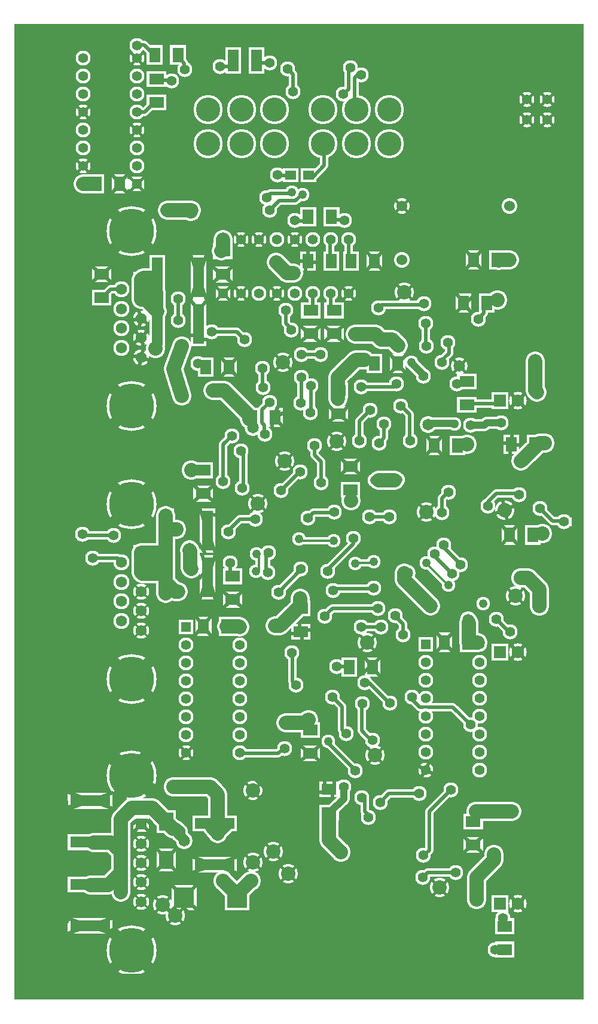
<source format=gbr>
G04 Title: Twister2, layergroup #1 *
G04 Creator: pcb-bin 20060321 *
G04 CreationDate: Thu May 25 07:45:50 2006 UTC *
G04 For: clock *
G04 Format: Gerber/RS-274X *
G04 PCB-Dimensions: 322834 546999 *
G04 PCB-Coordinate-Origin: lower left *
%MOIN*%
%FSLAX24Y24*%
G04 contains layers solder (0) GND-sldr (1) Vcc-sldr (2) *
%IPPOS*%
%ADD11C,0.0200*%
%ADD12C,0.0479*%
%ADD13C,0.0200*%
%ADD14C,0.0480*%
%ADD15C,0.0120*%
%ADD16C,0.0400*%
%ADD17C,0.0800*%
%ADD18C,0.1080*%
%ADD19C,0.0400*%
%ADD20C,0.0680*%
%ADD21C,0.0399*%
%ADD22C,0.0479*%
%ADD23C,0.0100*%
%ADD24C,0.0374*%
%ADD25R,0.0866X0.0866*%
%ADD26R,0.1142X0.1142*%
%ADD27R,0.0946X0.0946*%
%ADD28C,0.0079*%
%ADD29C,0.0080*%
%ADD30R,0.1102X0.1102*%
%ADD31R,0.1378X0.1378*%
%ADD32R,0.1182X0.1182*%
%ADD33C,0.0394*%
%ADD34R,0.0600X0.0600*%
%ADD35R,0.0876X0.0876*%
%ADD36R,0.0680X0.0680*%
%ADD37R,0.0800X0.0800*%
%ADD38R,0.1076X0.1076*%
%ADD39R,0.0880X0.0880*%
%ADD40C,0.0300*%
%ADD41C,0.0400*%
%ADD42C,0.0200*%
%ADD43R,0.0876X0.0876*%
%ADD44R,0.2000X0.2000*%
%ADD45R,0.2276X0.2276*%
%ADD46R,0.2080X0.2080*%
%ADD47R,0.0500X0.0500*%
%ADD48R,0.0775X0.0775*%
%ADD49R,0.0580X0.0580*%
%ADD50R,0.0552X0.0552*%
%ADD51R,0.0632X0.0632*%
%ADD52C,0.0156*%
%AMTHERM1*7,0,0,0.0828,0.0552,0.0156,45*%
%ADD53THERM1*%
%ADD54R,0.0828X0.0828X0.0552X0.0552*%
%ADD55R,0.0828X0.0828*%
%ADD56C,0.0552*%
%ADD57C,0.0632*%
%ADD58C,0.0828X0.0552*%
%ADD59C,0.0828*%
%ADD60C,0.0600*%
%ADD61C,0.0680*%
%ADD62C,0.0876X0.0600*%
%ADD63C,0.0876*%
%ADD64C,0.0160*%
%AMTHERM2*7,0,0,0.0876,0.0600,0.0160,45*%
%ADD65THERM2*%
%ADD66R,0.0700X0.0700*%
%ADD67R,0.0780X0.0780*%
%ADD68R,0.0975X0.0975X0.0700X0.0700*%
%ADD69R,0.0975X0.0975*%
%ADD70C,0.0700*%
%ADD71C,0.0780*%
%ADD72C,0.0210*%
%AMTHERM3*7,0,0,0.0975,0.0700,0.0210,45*%
%ADD73THERM3*%
%ADD74C,0.0975X0.0700*%
%ADD75C,0.0975*%
%ADD76R,0.0916X0.0916*%
%ADD77R,0.0200X0.0200*%
%ADD78R,0.0476X0.0476*%
%ADD79R,0.0280X0.0280*%
%ADD80C,0.1350*%
%ADD81C,0.1430*%
%ADD82C,0.1626X0.1350*%
%ADD83C,0.1626*%
%ADD84R,0.1378X0.1378*%
%ADD85R,0.1653X0.1653*%
%ADD86R,0.1458X0.1458*%
%ADD87R,0.0984X0.0984*%
%ADD88R,0.1260X0.1260*%
%ADD89R,0.1064X0.1064*%
%ADD90R,0.0620X0.0620*%
%ADD91R,0.0900X0.0900X0.0620X0.0620*%
%ADD92R,0.0900X0.0900*%
%ADD93C,0.0620*%
%ADD94C,0.0900X0.0620*%
%ADD95C,0.0900*%
%ADD96C,0.2500*%
%ADD97C,0.2580*%
%ADD98C,0.0625*%
%AMTHERM4*7,0,0,0.2780,0.2500,0.0625,45*%
%ADD99THERM4*%
%ADD100C,0.2780X0.2500*%
%ADD101C,0.2780*%
%ADD102C,0.0133*%
%AMTHERM5*7,0,0,0.0900,0.0620,0.0133,45*%
%ADD103THERM5*%
%ADD104R,0.2600X0.2600*%
%ADD105R,0.2876X0.2876*%
%ADD106R,0.2680X0.2680*%
%ADD107C,0.0169*%
%ADD108C,0.0135*%
%ADD109C,0.0128*%
%ADD110C,0.0162*%
%ADD111C,0.0122*%
%ADD112C,0.0142*%
%ADD113C,0.0149*%
%ADD114C,0.0119*%
%ADD115C,0.0136*%
%ADD116C,0.0128*%
%ADD117C,0.0108*%
%ADD118C,0.0156*%
%ADD119C,0.0101*%
%ADD120C,0.0094*%
%ADD121C,0.0115*%
%ADD122C,0.0173*%
%ADD123C,0.0146*%
%ADD124C,0.0098*%
%ADD125C,0.0091*%
%ADD126C,0.0118*%
%ADD127C,0.0220*%
%ADD128C,0.0186*%
%ADD129C,0.0152*%
%ADD130C,0.0105*%
%ADD131C,0.0132*%
%ADD132C,0.0800*%
%ADD133C,0.1079*%
%ADD134C,0.1079X0.0800*%
%ADD135C,0.0560*%
%ADD136C,0.0839*%
%ADD137C,0.0839X0.0560*%
%ADD138C,0.0480*%
%ADD139C,0.0759*%
%ADD140C,0.0759X0.0480*%
%ADD141C,0.0650*%
%ADD142C,0.0929*%
%ADD143C,0.0929X0.0650*%
%ADD144C,0.0150*%
%AMTHERM6*7,0,0,0.0929,0.0650,0.0150,45*%
%ADD145THERM6*%
%AMTHERM7*7,0,0,0.1079,0.0800,0.0150,45*%
%ADD146THERM7*%
%ADD147C,0.0839*%
%ADD148C,0.0839X0.0560*%
%ADD149C,0.1080X0.0800*%
%ADD150C,0.0160*%
%AMTHERM8*7,0,0,0.0839,0.0560,0.0160,45*%
%ADD151THERM8*%
%ADD152C,0.0120*%
%AMTHERM9*7,0,0,0.0759,0.0480,0.0120,45*%
%ADD153THERM9*%
%ADD154C,0.0150*%
%AMTHERM10*7,0,0,0.1080,0.0800,0.0150,45*%
%ADD155THERM10*%
%ADD156C,0.0560*%
%ADD157C,0.0839*%
%ADD158C,0.0839X0.0560*%
%LNGROUP_0*%
%LPD*%
G01X0Y0D02*
G54D23*G36*
X6470Y53519D02*X3050D01*
Y45919D01*
X6470D01*
Y53519D01*
G37*
G36*
X17290Y1719D02*X30550D01*
Y22899D01*
X17290D01*
Y1719D01*
G37*
G36*
X2830Y29609D02*X17850D01*
Y13119D01*
X2830D01*
Y29609D01*
G37*
G36*
X19180Y49879D02*X31600D01*
Y51079D01*
X19180D01*
Y49879D01*
G37*
G36*
X30300Y22139D02*X30920D01*
Y22639D01*
X30300D01*
Y22139D01*
G37*
G36*
X17640Y26139D02*X30820D01*
Y28839D01*
X17640D01*
Y26139D01*
G37*
G36*
X19780Y50459D02*X30690D01*
Y53179D01*
X19780D01*
Y50459D01*
G37*
G36*
X17480Y51029D02*X19030D01*
Y53459D01*
X17480D01*
Y51029D01*
G37*
G36*
X9710Y53369D02*X10290D01*
Y54009D01*
X9710D01*
Y53369D01*
G37*
G36*
X17630Y53419D02*X9390D01*
Y45219D01*
X17630D01*
Y53419D01*
G37*
G36*
X6400Y53389D02*X10030D01*
Y46119D01*
X6400D01*
Y53389D01*
G37*
G36*
X7140Y44699D02*X10070D01*
Y46349D01*
X7140D01*
Y44699D01*
G37*
G36*
X6480Y45889D02*X7810D01*
Y46269D01*
X6480D01*
Y45889D01*
G37*
G36*
X5570Y53299D02*X7980D01*
Y54119D01*
X5570D01*
Y53299D01*
G37*
G36*
X3070Y29369D02*X13930D01*
Y35069D01*
X3070D01*
Y29369D01*
G37*
G36*
X3060Y34679D02*X14850D01*
Y36659D01*
X3060D01*
Y34679D01*
G37*
G36*
X11170Y54059D02*X12690D01*
Y53299D01*
X11170D01*
Y54059D01*
G37*
G36*
X2660Y11189D02*X3090D01*
Y12169D01*
X2660D01*
Y11189D01*
G37*
G36*
X2730Y8349D02*X3110D01*
Y9979D01*
X2730D01*
Y8349D01*
G37*
G36*
X2620Y5249D02*X3070D01*
Y7449D01*
X2620D01*
Y5249D01*
G37*
G36*
X2700Y3139D02*X3160D01*
Y4629D01*
X2700D01*
Y3139D01*
G37*
G36*
X18890Y51949D02*X19860D01*
Y53149D01*
X18890D01*
Y51949D01*
G37*
G36*
X13070Y53289D02*X14410D01*
Y54079D01*
X13070D01*
Y53289D01*
G37*
G36*
X18520Y50829D02*X20200D01*
Y51869D01*
X18520D01*
Y50829D01*
G37*
G36*
X3020Y13549D02*X17590D01*
Y1359D01*
X3020D01*
Y13549D01*
G37*
G36*
X17453Y49062D02*X18726D01*
Y51155D01*
X17453D01*
Y49062D01*
G37*
G36*
X7030Y39899D02*X10190D01*
Y44719D01*
X7030D01*
Y39899D01*
G37*
G36*
X6482Y45904D02*X6604D01*
Y46042D01*
X6482D01*
Y45904D01*
G37*
G36*
X6458Y45959D02*X6604D01*
Y46062D01*
X6458D01*
Y45959D01*
G37*
G36*
X5561Y36573D02*X7387D01*
Y45243D01*
X5561D01*
Y36573D01*
G37*
G36*
X25570Y24069D02*X25500Y22459D01*
X23790Y22089D01*
X22820Y22839D01*
X23090Y24539D01*
X24390Y23199D01*
X24650Y23929D01*
X25030Y24359D01*
X25570Y24069D01*
G37*
G36*
X10830Y37049D02*X14390D01*
Y40069D01*
X10830D01*
Y37049D01*
G37*
G36*
X14620Y32769D02*X16190D01*
Y35269D01*
X14620D01*
Y32769D01*
G37*
G36*
X16740Y33299D02*X17560D01*
Y35359D01*
X16740D01*
Y33299D01*
G37*
G36*
X14240Y35169D02*X17850D01*
Y40659D01*
X14240D01*
Y35169D01*
G37*
G36*
X14020Y40369D02*X17580D01*
Y44599D01*
X14020D01*
Y40369D01*
G37*
G36*
X14450Y29239D02*X17860D01*
Y33459D01*
X14450D01*
Y29239D01*
G37*
G36*
X24530Y24819D02*X25330D01*
Y25619D01*
X24530D01*
Y24819D01*
G37*
G36*
X23030Y24789D02*X23810D01*
Y25639D01*
X23030D01*
Y24789D01*
G37*
G36*
X22990Y25449D02*X30900D01*
Y26339D01*
X22990D01*
Y25449D01*
G37*
G36*
X16290Y22229D02*X23170D01*
Y26389D01*
X16290D01*
Y22229D01*
G37*
G36*
X25070Y22419D02*X30770D01*
Y25709D01*
X25070D01*
Y22419D01*
G37*
G36*
X17170Y28459D02*X30920D01*
Y50349D01*
X17170D01*
Y28459D01*
G37*
G36*
X16040Y43939D02*X17720D01*
Y45469D01*
X16040D01*
Y43939D01*
G37*
G36*
X6490Y45117D02*X6675D01*
Y45310D01*
X6490D01*
Y45117D01*
G37*
G36*
X9850Y39909D02*X14370D01*
Y45879D01*
X9850D01*
Y39909D01*
G37*
G36*
X30740Y25939D02*X31650D01*
Y27389D01*
X30740D01*
Y25939D01*
G37*
G36*
X14030Y34089D02*X14940D01*
Y34849D01*
X14030D01*
Y34089D01*
G37*
G36*
X7420Y37609D02*X7890D01*
Y38039D01*
X7420D01*
Y37609D01*
G37*
G36*
X14590Y36329D02*X7780D01*
Y37599D01*
X14590D01*
Y36329D01*
G37*
G36*
X7390Y37189D02*X9250D01*
Y37679D01*
X7390D01*
Y37189D01*
G37*
G36*
X8530Y37499D02*X10020D01*
Y40219D01*
X8530D01*
Y37499D01*
G37*
G36*
X3060Y36529D02*X5780D01*
Y46489D01*
X3060D01*
Y36529D01*
G37*
G36*
X13680Y32869D02*X13940D01*
Y33299D01*
X13680D01*
Y32869D01*
G37*
G36*
X13480Y33179D02*X14980D01*
Y34209D01*
X13480D01*
Y33179D01*
G37*
G36*
X13460Y29249D02*X14770D01*
Y31899D01*
X13460D01*
Y29249D01*
G37*
G36*
X14140Y31799D02*X14670D01*
Y32219D01*
X14140D01*
Y31799D01*
G37*
G36*
X16260Y34399D02*X16970D01*
Y35429D01*
X16260D01*
Y34399D01*
G37*
G36*
X14880Y44039D02*X16430D01*
Y44669D01*
X14880D01*
Y44039D01*
G37*
%LNCUTS*%
%LPC*%
G54D18*X4010Y45599D02*X4610D01*
G54D142*X4680Y53649D03*
G54D139*X2980Y52699D03*
Y50699D03*
Y48699D03*
Y46699D03*
G54D59*X4010Y52599D03*
Y51599D03*
Y50599D03*
Y49599D03*
Y48599D03*
Y47599D03*
Y46599D03*
Y45599D03*
G54D35*X4760Y45699D02*Y45499D01*
X6060Y45699D02*Y45499D01*
G54D12*X19330Y51669D02*X19170Y51509D01*
Y49969D01*
X18810Y50869D02*X18540Y50599D01*
X18810Y51979D02*Y50869D01*
X18920Y52089D02*X18810Y51979D01*
G54D147*X18930Y52069D03*
G54D142*X18680Y53649D03*
G54D12*X18810Y50869D02*X18540Y50599D01*
X18810Y51979D02*Y50869D01*
G54D147*X18540Y50609D03*
G54D83*X19250Y49749D03*
X17400D03*
G54D14*X7450Y49599D02*X7960Y50109D01*
X6990Y49599D02*X7450D01*
X7020Y53329D02*X7430D01*
X7880Y52879D01*
X8890Y51369D02*X8930Y51329D01*
X8280Y51369D02*X8890D01*
X9380Y52599D02*X9660Y52319D01*
Y51939D01*
G54D142*X8680Y53649D03*
G54D136*X7020Y53319D03*
X8950Y51329D03*
X9690Y51969D03*
G54D59*X7010Y51599D03*
Y52599D03*
Y46599D03*
Y47599D03*
Y48599D03*
Y49599D03*
Y50599D03*
G54D35*X8010Y52889D02*Y52689D01*
X9310Y52889D02*Y52689D01*
X6060Y45699D02*Y45499D01*
X8010Y50149D02*X8210D01*
X8010Y51449D02*X8210D01*
G54D55*X7010Y45599D03*
G54D59*Y46599D03*
G54D55*Y45599D03*
G54D59*Y46599D03*
G54D35*X6060Y45699D02*Y45499D01*
G54D55*X7010Y45599D03*
G54D35*X6060Y45699D02*Y45499D01*
G54D55*X7010Y45599D03*
G54D35*X6060Y45699D02*Y45499D01*
G54D55*X7010Y45599D03*
G54D35*X6060Y45699D02*Y45499D01*
G54D142*X10680Y53649D03*
G54D43*X2470Y54199D02*X31630D01*
G54D142*X12680Y53649D03*
G54D43*X2470Y54199D02*X31630D01*
G54D142*X14680Y53649D03*
X12680D03*
G54D43*X2470Y54199D02*X31630D01*
G54D14*X7020Y53329D02*X7430D01*
X7880Y52879D01*
G54D136*X7020Y53319D03*
G54D35*X8010Y52889D02*Y52689D01*
G54D43*X2470Y54199D02*X31630D01*
G54D14*X28250Y28389D02*X28370Y28269D01*
X27070Y28389D02*X28250D01*
X26580Y27899D02*X27070Y28389D01*
X24380Y28459D02*X24020Y28099D01*
Y27279D01*
G54D12*X16860Y27309D02*X18020D01*
G54D14*X20030Y27079D02*X20040Y27069D01*
X21070D01*
X30180Y26849D02*X30740D01*
X29490Y27539D02*X30180Y26849D01*
X29450Y27569D02*Y27489D01*
X26580Y27639D02*Y27899D01*
G54D18*X20490Y29109D02*X21380D01*
G54D136*X19980Y27059D03*
G54D133*X23160Y27349D03*
X27530Y27449D03*
G54D136*X19080Y25859D03*
X26600Y27659D03*
X24380Y28449D03*
G54D133*X18970Y27989D03*
G54D136*X29480Y27549D03*
X28330Y28309D03*
X17290Y28979D03*
X18010Y27329D03*
G54D139*X20250Y29099D03*
X21600Y29129D03*
G54D136*X21090Y27059D03*
X24010Y27299D03*
G54D133*X29640Y26129D03*
G54D136*X30810Y26809D03*
G54D142*X31150Y27699D03*
G54D35*X29100Y26159D02*Y25959D01*
X27800Y26159D02*Y25959D01*
X18820Y28569D02*X19020D01*
G54D14*X18180Y18729D02*X18820D01*
X17490Y21559D02*X17910Y21979D01*
X17970Y22989D02*X18070Y23089D01*
X20230D01*
X21390Y21579D02*X21850Y21119D01*
Y20529D01*
G54D12*X19970Y17829D02*X21090Y16709D01*
G54D14*X19520Y20969D02*X19560Y20929D01*
X17910Y21979D02*X20460D01*
X19710Y11439D02*Y10689D01*
X19550Y16609D02*Y15179D01*
X18450Y16509D02*Y15199D01*
X17690Y14459D02*X19210Y12939D01*
X18450Y15199D02*X18700Y14949D01*
G54D12*X24540Y11889D02*X23310Y10659D01*
G54D14*Y8509D01*
X21050Y11659D02*X22810D01*
X20580Y11189D02*X21050Y11659D01*
X22800Y16489D02*X22970D01*
G54D12*X19720Y17829D02*X19970D01*
G54D14*X23310Y8509D02*X23030Y8229D01*
X19560Y20929D02*X20630D01*
X19550Y15179D02*X20140Y14589D01*
X17690D02*Y14459D01*
X17920Y17039D02*X18450Y16509D01*
X19600Y16659D02*X19550Y16609D01*
X22960Y6999D02*X23220Y7259D01*
X24780D01*
X22380Y17019D02*Y16899D01*
X22370Y17029D02*Y16919D01*
X22800Y16489D01*
X19710Y10689D02*X19980Y10419D01*
X25620Y15499D02*X24630Y16489D01*
X23260D01*
G54D16*X22970Y16499D02*X23000Y16469D01*
X23250D01*
X23280D02*X23240Y16509D01*
X22970D01*
G54D14*X27030Y21399D02*X27790Y20639D01*
X27830D01*
G54D18*X28840Y23669D02*X29460Y23049D01*
X26010Y20089D02*X25510D01*
Y21159D02*Y20109D01*
X21930Y23569D02*X23390Y22109D01*
X29460Y23049D02*Y22109D01*
X25910Y10659D02*X27910D01*
X26910Y8259D02*Y7959D01*
X25970Y7019D01*
Y5779D01*
X17740Y10459D02*Y9069D01*
X18390Y8419D01*
G54D20*X17830Y10669D02*X17840D01*
X18560Y11389D01*
Y11999D01*
G54D18*X21280Y4409D03*
G54D133*X23890Y6429D03*
G54D18*X21260Y2699D03*
G54D142*X27960Y10659D03*
G54D133*X18390Y8419D03*
G54D136*X27420Y4739D03*
X27000Y2979D03*
G54D133*X25970Y5779D03*
X26910Y8259D03*
G54D136*X24780Y7269D03*
X22950Y6999D03*
X19180Y12949D03*
G54D133*X20290Y13799D03*
G54D147*X24540Y11889D03*
G54D136*X20580Y11179D03*
X22760Y11659D03*
G54D133*X17740Y10049D03*
G54D136*X18570Y12039D03*
X19910Y10329D03*
X19550Y11439D03*
X23000Y8239D03*
G54D133*X25940Y10679D03*
G54D136*X19710Y17849D03*
X27830Y20659D03*
X27060Y21389D03*
X25610Y15499D03*
G54D147*X21140Y16699D03*
G54D136*X18160Y18749D03*
X17930Y17039D03*
X19600Y16679D03*
X19530Y20949D03*
X17950Y22969D03*
X22370Y17029D03*
X20640Y20929D03*
X21410Y21589D03*
X21860Y20509D03*
G54D133*X19860Y20059D03*
G54D136*X20150Y14649D03*
G54D139*X17690Y14579D03*
G54D136*X18700Y15009D03*
X20220Y23099D03*
G54D133*X29460Y22109D03*
X28110Y22669D03*
G54D142*X25490Y21329D03*
G54D136*X17500Y21549D03*
X20450Y21979D03*
G54D139*X26310Y22249D03*
G54D142*X23370Y22139D03*
G54D139*X24400Y23269D03*
G54D55*X23110Y19989D03*
G54D59*Y18989D03*
Y17989D03*
Y16989D03*
Y15989D03*
Y14989D03*
X26110Y12989D03*
Y13989D03*
Y14989D03*
Y15989D03*
Y16989D03*
Y17989D03*
Y18989D03*
Y19989D03*
G54D69*X27260Y19539D03*
G54D75*X28260D03*
G54D59*X23110Y13989D03*
Y12989D03*
G54D69*X27260Y5539D03*
G54D75*X28260D03*
G54D35*X27430Y2989D02*X27630D01*
X27430Y4289D02*X27630D01*
X18850Y18819D02*Y18619D01*
X20150Y18819D02*Y18619D01*
X17640Y10599D02*X17840D01*
X17640Y11899D02*X17840D01*
X25670Y10119D02*X25870D01*
X25670Y8819D02*X25870D01*
X25460Y20189D02*Y19989D01*
X24160Y20189D02*Y19989D01*
G54D14*X17810Y39499D02*Y38789D01*
X18040Y38559D01*
X21360Y34309D02*X21510Y34459D01*
X19510Y34309D02*X21360D01*
X19510D02*X19520Y34299D01*
X16220Y36099D02*X17120D01*
X17130Y36109D01*
X20800Y32239D02*Y31469D01*
X20480Y31149D01*
X20010Y32999D02*X19430Y32419D01*
Y31309D01*
X22230Y32769D02*Y31319D01*
X21750Y33249D02*X22230Y32769D01*
X27240Y33529D02*X27090Y33379D01*
X25410D01*
X28250Y28389D02*X28370Y28269D01*
X27070Y28389D02*X28250D01*
X26580Y27899D02*X27070Y28389D01*
X24430Y36769D02*Y36189D01*
X24000Y35759D01*
X23120Y37869D02*X23140Y37849D01*
Y36589D01*
X24380Y28459D02*X24020Y28099D01*
X20670Y38859D02*X23000D01*
X23060Y38919D01*
X20500Y38689D02*X20670Y38859D01*
X16930Y30499D02*X17290Y30139D01*
Y29009D01*
G54D12*X19170Y51509D02*Y49969D01*
X19270Y49869D01*
G54D14*X18050Y43539D02*X17950Y43639D01*
X17790Y42489D02*Y41409D01*
X18520Y43599D02*X18030D01*
X18580Y43539D02*X18520Y43599D01*
X18840Y42519D02*Y41419D01*
X18960Y41299D01*
X19380Y50159D02*X19330Y50209D01*
X17390Y47839D02*Y47589D01*
X17470Y47419D02*Y46639D01*
X17790Y41409D02*X17920Y41279D01*
X17470Y46639D02*X16820Y45989D01*
X26360Y38399D02*Y38709D01*
G54D18*X18240Y33649D02*Y34799D01*
G54D14*X26020Y38059D02*X26360Y38399D01*
G54D18*X18240Y34839D02*X19210Y35809D01*
X19700D01*
X19190Y37239D02*X20330D01*
X20620Y36949D01*
X21250D01*
X21600Y36599D01*
G54D20*X22990Y34989D02*Y34909D01*
G54D18*X20490Y29109D02*X21380D01*
G54D20*X23250Y32199D02*X23320Y32269D01*
X24750D01*
G54D18*X29770Y31179D02*X29450D01*
X28440Y30169D01*
X29210Y35749D02*Y34119D01*
X29310Y34019D01*
G54D20*X25610Y32189D02*X26400D01*
X26510Y32299D01*
X27290D01*
X22330Y35649D02*X22990Y34989D01*
G54D18*X27200Y41359D02*X27190Y41349D01*
X27200Y41359D02*X27780D01*
G54D136*X19510Y34309D03*
G54D142*X25000Y35469D03*
G54D133*X19700Y35819D03*
G54D142*X23260Y32199D03*
G54D139*X24740Y32249D03*
G54D133*X18170Y31289D03*
G54D147*X18540Y50609D03*
G54D136*X28750Y49169D03*
X22250Y31309D03*
X21500Y34459D03*
G54D133*X21930Y39579D03*
G54D142*X29300Y35739D03*
X29400Y33999D03*
G54D133*X27110Y39129D03*
G54D136*X27320Y32299D03*
X29890Y49169D03*
X28760Y50309D03*
X29890Y50319D03*
G54D139*X21690Y36469D03*
X19060Y37229D03*
G54D136*X23130Y37849D03*
X23160Y36579D03*
X18600Y43569D03*
X21730Y33229D03*
X18250Y33639D03*
X18260Y34809D03*
X17250Y36119D03*
X20010Y33019D03*
X24370Y36759D03*
X24010Y35679D03*
X23000Y34919D03*
G54D139*X22310Y35669D03*
G54D136*X20800Y32229D03*
X19440Y31309D03*
X23030Y38949D03*
X20500Y38709D03*
X25610Y32179D03*
G54D133*X25420Y31099D03*
G54D136*X24380Y28449D03*
X26050Y38069D03*
X24870Y34489D03*
G54D133*X18970Y27989D03*
G54D136*X28310Y30249D03*
X28330Y28309D03*
X16940Y31049D03*
X17290Y28979D03*
X20510Y31159D03*
G54D139*X20250Y29099D03*
X21600Y29129D03*
G54D142*X31150Y43699D03*
Y45699D03*
Y47699D03*
Y49699D03*
G54D133*X29760Y31159D03*
G54D142*X31150Y29699D03*
Y31699D03*
Y33699D03*
Y35699D03*
Y37699D03*
Y39699D03*
Y41699D03*
G54D59*X16810Y39509D03*
X17810D03*
X18810D03*
Y42509D03*
X17810D03*
X16810D03*
G54D83*X19250Y47849D03*
X21100D03*
X17400D03*
X19250Y49749D03*
X21100D03*
X17400D03*
G54D69*X27260Y33539D03*
G54D63*X27780Y44369D03*
X21780D03*
Y41369D03*
X27780D03*
G54D75*X28260Y33539D03*
G54D35*X29190Y31199D02*Y30999D01*
X27890Y31199D02*Y30999D01*
X27100Y41469D02*Y41269D01*
X26530Y39079D02*Y38879D01*
X25230Y39079D02*Y38879D01*
X25800Y41469D02*Y41269D01*
X17870Y43879D02*Y43679D01*
X17910Y38559D02*X18110D01*
X17910Y37259D02*X18110D01*
X17860Y41409D02*Y41209D01*
X18960Y41409D02*Y41209D01*
X20260Y41409D02*Y41209D01*
Y35709D02*Y35509D01*
X21560Y35709D02*Y35509D01*
X18160Y34109D02*X18360D01*
X18160Y32809D02*X18360D01*
X24890Y31149D02*Y30949D01*
X18820Y28569D02*X19020D01*
X18820Y29869D02*X19020D01*
X23590Y31149D02*Y30949D01*
X25310Y34609D02*X25510D01*
X25310Y33309D02*X25510D01*
X16610Y38559D02*X16810D01*
X16610Y37259D02*X16810D01*
G54D14*X14130Y32159D02*Y31729D01*
G54D133*X15260Y30169D03*
G54D142*X13480Y32029D03*
G54D136*X14160Y31689D03*
G54D14*X13990Y33029D02*Y32299D01*
X14130Y32159D01*
Y31729D01*
G54D136*X14160Y31689D03*
G54D35*X14710Y32709D02*Y32509D01*
G54D12*X19170Y51509D02*Y49969D01*
X19270Y49869D01*
G54D14*X19380Y50159D02*X19330Y50209D01*
G54D136*X28760Y50309D03*
X29890Y50319D03*
G54D142*X31150Y49699D03*
G54D83*X19250Y49749D03*
X21100D03*
G54D43*X31625Y54050D02*Y950D01*
G54D14*X16930Y31039D02*Y30499D01*
X16740Y34329D02*Y32919D01*
X16720Y32899D01*
X16190Y34849D02*Y33379D01*
X16100Y29579D02*X15030Y28509D01*
X16930Y30499D02*X17290Y30139D01*
Y29009D01*
X14410Y33449D02*X13990Y33029D01*
G54D18*X18240Y33649D02*Y34799D01*
G54D133*X18170Y31289D03*
X15260Y30169D03*
G54D136*X14160Y31689D03*
X14430Y33439D03*
X18250Y33639D03*
X16160Y33399D03*
X16680Y32879D03*
X16110Y29589D03*
X16940Y31049D03*
X17290Y28979D03*
G54D35*X18160Y32809D02*X18360D01*
X14710Y32709D02*Y32509D01*
G54D142*X30970Y53549D03*
G54D136*X28760Y50309D03*
X29890Y50319D03*
G54D147*X19530Y51679D03*
G54D142*X31150Y51699D03*
G54D83*X19250Y49749D03*
X21100D03*
G54D14*X17390Y47839D02*Y47589D01*
X14410Y52349D02*X13830D01*
X11650Y52129D02*X11660Y52139D01*
X12250D01*
X15420Y52009D02*X15710Y51719D01*
Y50679D01*
X14420Y52359D02*X14410Y52349D01*
X9380Y52599D02*X9660Y52319D01*
Y51939D01*
X17470Y47419D02*Y46639D01*
X15860Y44669D02*X16210Y45019D01*
X15620Y45079D02*X14470D01*
X16210Y45019D02*X16270D01*
X14470Y45079D02*X14230Y44839D01*
X12490Y47889D02*X12970D01*
X12940Y47629D02*X12790Y47779D01*
X17470Y46639D02*X16820Y45989D01*
X14840Y46099D02*X14870Y46069D01*
X15640D01*
G54D136*X14420Y52349D03*
G54D142*X14680Y53649D03*
X12680D03*
X10680D03*
G54D136*X15740Y50729D03*
X15430Y51999D03*
G54D142*X16680Y53649D03*
G54D136*X9690Y51969D03*
X11660Y52139D03*
X14850Y46099D03*
X14260Y44839D03*
G54D139*X15660Y45149D03*
X16270Y45019D03*
G54D83*X12850Y47849D03*
X14700D03*
X11000D03*
Y49749D03*
X12850D03*
X14700D03*
X17400Y47849D03*
Y49749D03*
G54D48*X16540Y46079D02*X16640D01*
G54D35*X9310Y52889D02*Y52689D01*
G54D48*X15540Y46079D02*X15640D01*
G54D35*X13700Y52769D02*Y52169D01*
X12400Y52769D02*Y52169D01*
G54D12*X18810Y51979D02*Y50869D01*
X18920Y52089D02*X18810Y51979D01*
G54D147*X18930Y52069D03*
X19530Y51679D03*
G54D12*Y51669D02*X19330D01*
X19170Y51509D01*
Y49969D01*
X18810Y50869D02*X18540Y50599D01*
X18810Y51979D02*Y50869D01*
X18920Y52089D02*X18810Y51979D01*
G54D147*X18930Y52069D03*
X18540Y50609D03*
X19530Y51679D03*
G54D18*X7650Y40029D02*X8090Y39589D01*
Y38699D01*
X7270Y39189D02*Y40269D01*
X7260D02*X7380Y40389D01*
X8040D01*
X8740Y44139D02*X10060D01*
G54D133*X10040Y44089D03*
G54D142*X8790Y44109D03*
G54D92*X7270Y40269D03*
G54D101*X6710Y42969D03*
G54D35*X8160Y41209D02*Y39609D01*
X10460Y41209D02*Y39609D01*
G54D14*X5090Y39279D02*X5560Y39749D01*
X6150D01*
G54D18*X7650Y40029D02*X8090Y39589D01*
X7270Y39189D02*Y40269D01*
X7260D02*X7380Y40389D01*
X8040D01*
X7260Y39179D02*X7510D01*
X8170Y38519D01*
G54D92*X7270Y40269D03*
G54D95*Y39189D03*
Y38109D03*
Y37029D03*
G54D101*X6710Y42969D03*
G54D95*X6150Y36489D03*
Y37569D03*
Y38649D03*
Y39729D03*
G54D55*X7010Y45599D03*
G54D35*X6060Y45699D02*Y45499D01*
X4960Y39279D02*X5160D01*
X4960Y40579D02*X5160D01*
G54D95*X7270Y38109D03*
G54D35*X8160Y38609D02*Y37009D01*
G54D20*X8260Y36659D02*Y36859D01*
G54D136*X9320Y37999D03*
G54D95*X7270Y38109D03*
Y37029D03*
G54D35*X8160Y38609D02*Y37009D01*
G54D14*X9320Y39189D02*Y38109D01*
X9250Y38039D01*
G54D18*X7650Y40029D02*X8090Y39589D01*
Y38699D01*
X7380Y40389D02*X8040D01*
X7510Y39179D02*X8170Y38519D01*
G54D136*X9330Y39199D03*
X9320Y37999D03*
G54D35*X8160Y38609D02*Y37009D01*
Y41209D02*Y39609D01*
G54D14*X12580Y37379D02*X13010Y36949D01*
X11180Y37379D02*X12580D01*
G54D136*X11200D03*
X13010Y36939D03*
G54D55*X11810Y39509D03*
G54D59*X12810D03*
X13810D03*
G54D35*X10460Y38609D02*Y37009D01*
Y41209D02*Y39609D01*
G54D14*X16820Y39519D02*Y38739D01*
X16670Y38589D01*
X17810Y39499D02*Y38789D01*
X18040Y38559D01*
X15330Y38549D02*Y37829D01*
X16220Y36099D02*X17120D01*
X17130Y36109D01*
X15330Y37829D02*X15630Y37529D01*
X14010Y35319D02*Y34359D01*
X13980Y35349D02*X14010Y35319D01*
G54D18*X15400Y40629D02*X15750D01*
X14790Y41239D02*X15400Y40629D01*
X18240Y33649D02*Y34799D01*
Y34839D02*X19210Y35809D01*
G54D133*X15170Y35679D03*
G54D142*X15820Y40689D03*
G54D136*X14010Y35349D03*
X18260Y34809D03*
X17250Y36119D03*
X16180Y36109D03*
X16200Y34829D03*
X15620Y37479D03*
X15310Y38569D03*
G54D59*X14810Y39509D03*
X15810D03*
X16810D03*
X17810D03*
G54D35*X17910Y38559D02*X18110D01*
X17910Y37259D02*X18110D01*
X16610Y38559D02*X16810D01*
X16610Y37259D02*X16810D01*
G54D14*X15840Y43549D02*X16400D01*
X14970Y44669D02*X15860D01*
X14430Y44129D02*X14970Y44669D01*
X17790Y42489D02*Y41409D01*
X17920Y41279D01*
X15860Y44669D02*X16210Y45019D01*
G54D18*X15400Y40629D02*X15750D01*
X14790Y41239D02*X15400Y40629D01*
G54D142*X14760Y41299D03*
X15820Y40689D03*
G54D136*X15840Y43559D03*
X14260Y44839D03*
X14430Y44129D03*
G54D59*X13810Y42509D03*
X17810D03*
X16810D03*
X15810D03*
X14810D03*
G54D35*X17870Y43879D02*Y43679D01*
X16570Y43879D02*Y43679D01*
X17860Y41409D02*Y41209D01*
X16560Y41409D02*Y41209D01*
G54D14*X14970Y44669D02*X15860D01*
X16210Y45019D01*
X16270D01*
G54D136*X15840Y43559D03*
G54D139*X16270Y45019D03*
G54D35*X17870Y43879D02*Y43679D01*
X16570Y43879D02*Y43679D01*
G54D14*X14430Y44129D02*X14970Y44669D01*
X15620Y45079D02*X14470D01*
X14230Y44839D01*
G54D18*X14790Y41239D02*X15400Y40629D01*
X11710Y41859D02*X11810Y41959D01*
Y42509D01*
X8740Y44139D02*X10060D01*
G54D142*X14760Y41299D03*
G54D133*X10040Y44089D03*
G54D136*X14260Y44839D03*
X14430Y44129D03*
G54D55*X11810Y39509D03*
G54D59*X12810D03*
X13810D03*
Y42509D03*
X12810D03*
X11810D03*
G54D35*X10460Y41209D02*Y39609D01*
X11710Y41859D02*X11910D01*
X11710Y40559D02*X11910D01*
G54D14*X12580Y37379D02*X13010Y36949D01*
X11180Y37379D02*X12580D01*
G54D20*X8050Y36449D02*X8260Y36659D01*
G54D18*X9530Y36579D02*X9070Y35299D01*
G54D20*X8260Y36659D02*Y36859D01*
G54D136*X9320Y37999D03*
G54D133*X9530Y36589D03*
X8050Y36449D03*
G54D136*X11200Y37379D03*
X13010Y36939D03*
G54D35*X8160Y38609D02*Y37009D01*
X10460Y38609D02*Y37009D01*
G54D14*X16190Y34849D02*Y33379D01*
X14410Y33449D02*X13990Y33029D01*
G54D133*X15170Y35679D03*
G54D136*X14430Y33439D03*
X16200Y34829D03*
X16160Y33399D03*
G54D35*X14710Y32709D02*Y32509D01*
G54D14*X16740Y34329D02*Y32919D01*
G54D136*X16730Y34359D03*
G54D14*X14010Y35319D02*Y34359D01*
G54D136*X14060Y34279D03*
G54D14*X13990Y33029D02*Y32299D01*
X14410Y33449D02*X13990Y33029D01*
G54D18*X13300Y32709D02*Y32499D01*
X11900Y34109D02*X13300Y32709D01*
G54D35*X13410D02*Y32509D01*
G54D14*X13990Y33029D02*Y32299D01*
X14410Y33449D02*X13990Y33029D01*
X14010Y35319D02*Y34359D01*
G54D18*X13300Y32709D02*Y32499D01*
X11900Y34109D02*X13300Y32709D01*
G54D136*X14060Y34279D03*
X14430Y33439D03*
G54D14*X16740Y34329D02*Y32919D01*
X16190Y34849D02*Y33379D01*
G54D136*X16730Y34359D03*
X16200Y34829D03*
G54D14*X14970Y44669D02*X15860D01*
X14430Y44129D02*X14970Y44669D01*
X15860D02*X16210Y45019D01*
G54D139*X16270D03*
G54D35*X16570Y43879D02*Y43679D01*
G54D14*X17650Y24049D02*Y24139D01*
X17760Y24109D02*X17670Y24019D01*
X17490Y21559D02*X17910Y21979D01*
G54D12*X16160Y24139D02*X14910Y22889D01*
G54D14*X14950Y22909D02*Y22899D01*
X17970Y22989D02*X18070Y23089D01*
G54D16*X13830Y24929D02*Y24019D01*
G54D12*X16160Y24159D02*Y24139D01*
G54D14*X18070Y23089D02*X20230D01*
X17650Y24139D02*X19090Y25579D01*
X15680Y19489D02*Y17919D01*
X12210Y24499D02*Y23849D01*
X12310Y23749D01*
G54D16*X13720Y25039D02*X13830Y24929D01*
G54D12*X14210Y24949D02*Y23989D01*
G54D14*X14900Y13899D02*X15210Y14209D01*
X15710Y19479D02*X15570Y19339D01*
X17910Y21979D02*X20460D01*
X15680Y17919D02*X15880Y17719D01*
X12820Y13899D02*X14900D01*
X17690Y14459D02*X19210Y12939D01*
X17690Y14589D02*Y14459D01*
X17920Y17039D02*X18450Y16509D01*
X4050Y26039D02*X5720D01*
X3990Y26099D02*X4050Y26039D01*
X4560Y24789D02*X5970D01*
X11840Y31109D02*Y29069D01*
X13630Y26939D02*X12760D01*
X12140Y26319D01*
X16100Y29579D02*X15030Y28509D01*
X12970Y30599D02*Y28669D01*
X17290Y30139D02*Y29009D01*
G54D12*X16570Y27019D02*X16860Y27309D01*
X18020D01*
G54D16*X16120Y25749D02*X17990D01*
X16050Y25819D02*X16120Y25749D01*
G54D14*X5970Y24789D02*X6210Y24549D01*
G54D12*X14360Y25099D02*X14210Y24949D01*
G54D18*X8630Y27149D02*Y22819D01*
X7660Y24439D02*X7780Y24319D01*
X8440D01*
Y23899D01*
X9340Y22899D02*X9160D01*
X8630Y23429D01*
X9230Y26379D02*X8810D01*
X16130Y22079D02*Y22549D01*
X14740Y21009D02*X15000D01*
X16110Y22119D01*
X8440Y23899D02*X7340D01*
X7260Y23979D01*
X7250Y25069D02*Y23959D01*
X12770Y20939D02*X12720Y20989D01*
X12020D01*
X10060Y24169D02*X10000Y24229D01*
Y25159D01*
X9960Y25199D01*
X7260Y25089D02*X8600D01*
X8310D01*
X7660Y24439D01*
X15310Y15599D02*X16400D01*
X16560Y15759D01*
G54D133*X13770Y27819D03*
G54D142*X9340Y22899D03*
G54D136*X15880Y17719D03*
G54D133*X16590Y15779D03*
G54D136*X18160Y18749D03*
X17930Y17039D03*
X15670Y19499D03*
G54D142*X14720Y20989D03*
G54D136*X17950Y22969D03*
X15270Y14189D03*
G54D139*X17690Y14579D03*
G54D142*X15290Y15589D03*
G54D139*X16050Y25829D03*
G54D133*X10050Y29679D03*
G54D136*X12900Y28689D03*
X11830Y29029D03*
X16110Y29589D03*
X15060Y28529D03*
X12210Y24499D03*
G54D139*X13680Y25019D03*
G54D147*X14340Y23989D03*
G54D142*X10140Y24159D03*
G54D139*X13670Y24039D03*
G54D136*X12130Y26239D03*
X13630Y26939D03*
X5710Y26029D03*
X3990Y26099D03*
G54D133*X9220Y26379D03*
G54D136*X4570Y24779D03*
G54D142*X9970Y25309D03*
G54D139*X18000Y25739D03*
G54D136*X17670Y24049D03*
G54D133*X16140Y22509D03*
G54D136*X17500Y21549D03*
X14940Y22889D03*
G54D147*X16170Y24159D03*
X14360Y25079D03*
G54D136*X17290Y28979D03*
X18010Y27329D03*
G54D147*X16560Y27019D03*
G54D142*X2940Y28649D03*
Y14649D03*
Y16649D03*
Y18649D03*
Y20649D03*
Y22649D03*
Y24649D03*
Y26649D03*
G54D95*X7270Y22909D03*
Y21829D03*
Y20749D03*
X6150Y21289D03*
Y22369D03*
G54D92*X7270Y25069D03*
G54D95*Y23989D03*
G54D101*X6710Y27769D03*
G54D95*X6150Y24529D03*
Y23449D03*
G54D101*X6710Y18049D03*
Y12669D03*
G54D55*X9770Y20939D03*
G54D59*Y19939D03*
Y18939D03*
Y17939D03*
Y16939D03*
Y15939D03*
Y14939D03*
Y13939D03*
X12770D03*
Y14939D03*
Y15939D03*
Y16939D03*
Y17939D03*
Y18939D03*
Y19939D03*
Y20939D03*
G54D35*X8660Y24509D02*Y22909D01*
X10960Y24509D02*Y22909D01*
X12040Y21079D02*Y20879D01*
X12260Y23759D02*X12460D01*
X12260Y22459D02*X12460D01*
X16050Y21969D02*X16250D01*
X10740Y21079D02*Y20879D01*
X16050Y20669D02*X16250D01*
X16590Y15209D02*X16790D01*
X16590Y13909D02*X16790D01*
G54D105*X1484Y53199D02*Y1499D01*
G54D35*X10610Y29659D02*X10810D01*
X10610Y28359D02*X10810D01*
X10960Y27109D02*Y25509D01*
X8660Y27109D02*Y25509D01*
G54D14*X30180Y26849D02*X30740D01*
G54D136*X30810Y26809D03*
G54D142*X31150Y27699D03*
G54D139*X31170Y25689D03*
G54D43*X31625Y54050D02*Y950D01*
G54D18*X5430Y6559D02*X6130Y7259D01*
X4590Y8939D02*X5590D01*
X6110Y8419D01*
X4440Y6559D02*X5430D01*
X6110Y6179D02*Y10229D01*
X11840Y6799D02*X12660Y5979D01*
Y5879D01*
Y6099D01*
X13370Y6809D01*
X6110Y10229D02*X6740Y10859D01*
X7890D01*
X17740Y10459D02*Y9069D01*
X18390Y8419D01*
G54D20*X17830Y10669D02*X17840D01*
X18560Y11389D01*
X9670Y9199D02*X9170Y9699D01*
X9670Y9049D02*Y9199D01*
X9610Y9039D02*X9260Y9389D01*
X9610Y8959D02*Y9039D01*
X9510Y9469D02*Y9599D01*
G54D18*X7890Y10859D02*X9040Y9709D01*
X11110Y12039D02*X9060D01*
X11530Y9489D02*Y11619D01*
X11110Y12039D01*
X11540Y9429D02*Y9539D01*
X11920Y9919D01*
X11540Y9469D02*X11180Y9829D01*
G54D20*X9510Y9599D02*X9260Y9849D01*
G54D133*X17740Y10049D03*
G54D142*X6250Y1089D03*
X10250D03*
X8250D03*
X9670Y9049D03*
G54D133*X9060Y12039D03*
G54D142*X2940Y4649D03*
Y2649D03*
G54D18*X9153Y4877D03*
X8444Y5487D03*
G54D142*X4250Y1089D03*
G54D133*X11840Y6809D03*
X13380D03*
X11540Y9469D03*
X14620Y8429D03*
X13500Y7839D03*
X15460Y7209D03*
X13490Y11829D03*
X10760Y1679D03*
G54D142*X16250Y1089D03*
X14250D03*
X12250D03*
X2940Y7929D03*
Y10649D03*
Y12649D03*
G54D92*X7270Y9969D03*
G54D95*X6150Y6189D03*
Y7269D03*
Y8349D03*
Y9429D03*
X7270Y8889D03*
Y7809D03*
Y6729D03*
Y5649D03*
G54D101*X6710Y2949D03*
Y12669D03*
G54D59*X9770Y13939D03*
X12770D03*
G54D35*X17640Y10599D02*X17840D01*
X17640Y11899D02*X17840D01*
X10560Y10009D02*X12160D01*
X10560Y7709D02*X12160D01*
G54D31*X12606Y5899D02*Y5860D01*
X9653Y5899D02*Y5860D01*
G54D35*X16590Y13909D02*X16790D01*
X3610Y6609D02*X5210D01*
X3610Y4309D02*X5210D01*
G54D38*X8665Y8084D02*Y7884D01*
G54D35*X3610Y8959D02*X5210D01*
X3610Y11259D02*X5210D01*
G54D38*X8665Y10194D02*Y10014D01*
G54D16*X23120Y24509D02*X24430Y23199D01*
G54D14*X23620Y24869D02*X24580Y23909D01*
X24540Y24049D02*Y23889D01*
X24110Y25389D02*X25100Y24399D01*
G54D18*X21930Y23569D02*X23390Y22109D01*
G54D139*X23150Y24509D03*
G54D142*X23370Y22139D03*
G54D136*X24590Y23899D03*
G54D139*X24400Y23269D03*
G54D136*X25060Y24419D03*
G54D14*X24110Y25389D02*X25100Y24399D01*
G54D136*X24120Y25509D03*
X25060Y24419D03*
G54D14*X24110Y25509D02*Y25389D01*
X25100Y24399D01*
X24100Y25499D02*X24140Y25459D01*
G54D136*X24120Y25509D03*
G54D133*X29640Y26129D03*
G54D139*X31170Y25689D03*
G54D35*X29100Y26159D02*Y25959D01*
X27800Y26159D02*Y25959D01*
G54D14*X24110Y25389D02*X25100Y24399D01*
G54D18*X28440Y23669D02*X28840D01*
X29460Y23049D01*
Y22109D01*
G54D133*D03*
X28440Y23669D03*
X28110Y22669D03*
G54D139*X26310Y22249D03*
G54D136*X25060Y24419D03*
G54D133*X29640Y26129D03*
G54D139*X31130Y23719D03*
G54D35*X29100Y26159D02*Y25959D01*
X27800Y26159D02*Y25959D01*
G54D14*X23620Y25019D02*Y24869D01*
X24580Y23909D01*
G54D139*X23150Y24509D03*
G54D136*X24120Y25509D03*
X23610Y25019D03*
G54D14*X17650Y24049D02*Y24139D01*
X17760Y24109D02*X17670Y24019D01*
G54D12*X16160Y24139D02*X14910Y22889D01*
G54D14*X17970Y22989D02*X18070Y23089D01*
G54D16*X19290Y24489D02*X19160D01*
X19300Y24479D02*X19290Y24489D01*
G54D12*X16160Y24159D02*Y24139D01*
G54D14*X18070Y23089D02*X20230D01*
G54D16*X19180Y24479D02*X19220Y24519D01*
G54D14*X19090Y25579D02*Y25869D01*
X17650Y24139D02*X19090Y25579D01*
G54D16*X23120Y24509D02*X24430Y23199D01*
X16120Y25749D02*X17990D01*
X16050Y25819D02*X16120Y25749D01*
X19220Y24519D02*X20250D01*
G54D18*X16130Y22079D02*Y22549D01*
X15000Y21009D02*X16110Y22119D01*
X21930Y23939D02*Y23569D01*
X23390Y22109D01*
G54D136*X17950Y22969D03*
G54D139*X16050Y25829D03*
X19190Y24489D03*
X20210Y24569D03*
X23150Y24509D03*
G54D136*X19080Y25859D03*
G54D139*X18000Y25739D03*
G54D136*X20220Y23099D03*
X17670Y24049D03*
G54D133*X16140Y22509D03*
G54D136*X20450Y21979D03*
G54D147*X16170Y24159D03*
G54D142*X23370Y22139D03*
X22080Y23949D03*
G54D35*X16050Y21969D02*X16250D01*
G54D157*X2362Y8636D03*
G54D142*X2940Y7929D03*
G54D105*X1484Y53199D02*Y1499D01*
G54D14*X5090Y39279D02*X5560Y39749D01*
X6150D01*
G54D18*X4010Y45599D02*X4610D01*
G54D139*X2980Y46699D03*
G54D142*X2940Y44649D03*
Y42649D03*
Y40649D03*
Y38649D03*
Y36649D03*
G54D101*X6710Y42969D03*
G54D95*X6150Y36489D03*
Y37569D03*
Y38649D03*
Y39729D03*
G54D59*X4010Y46599D03*
Y45599D03*
G54D35*X4760Y45699D02*Y45499D01*
X6060Y45699D02*Y45499D01*
X4960Y39279D02*X5160D01*
X4960Y40579D02*X5160D01*
G54D105*X1484Y53199D02*Y1499D01*
Y53199D02*Y1499D01*
G54D14*X13990Y33029D02*Y32299D01*
X14130Y32159D01*
X11840Y31109D02*Y29069D01*
X12320Y31589D02*X11840Y31109D01*
X12970Y30599D02*Y28669D01*
X12840Y30729D02*X12970Y30599D01*
X14130Y32159D02*Y31729D01*
X14410Y33449D02*X13990Y33029D01*
X14010Y35319D02*Y34359D01*
G54D18*X9070Y35299D02*X9510Y33809D01*
X9530Y36579D02*X9070Y35299D01*
X13300Y32709D02*Y32499D01*
X11250Y34109D02*X11900D01*
X13300Y32709D01*
G54D142*X13480Y32029D03*
G54D136*X14160Y31689D03*
X12320Y31579D03*
G54D133*X9510Y33809D03*
G54D136*X14060Y34279D03*
X14010Y35349D03*
X11270Y34099D03*
X12830Y30729D03*
G54D133*X10050Y29679D03*
G54D136*X11830Y29029D03*
G54D142*X2940Y32649D03*
Y30649D03*
Y34649D03*
G54D101*X6710Y33249D03*
G54D35*X10610Y29659D02*X10810D01*
X12160Y35509D02*Y35309D01*
X10860Y35509D02*Y35309D01*
X13410Y32709D02*Y32509D01*
G54D14*X14010Y35319D02*Y34359D01*
X13980Y35349D02*X14010Y35319D01*
G54D20*X8050Y36449D02*X8260Y36659D01*
G54D18*X9070Y35299D02*X9510Y33809D01*
X9530Y36579D02*X9070Y35299D01*
G54D20*X8260Y36659D02*Y36859D01*
G54D133*X15170Y35679D03*
G54D136*X14060Y34279D03*
X14010Y35349D03*
G54D133*X9530Y36589D03*
G54D136*X10440Y35619D03*
G54D133*X8050Y36449D03*
G54D136*X13010Y36939D03*
G54D142*X2940Y36649D03*
Y34649D03*
G54D95*X7270Y37029D03*
Y35949D03*
X6150Y36489D03*
G54D35*X8160Y38609D02*Y37009D01*
X10460Y38609D02*Y37009D01*
X12160Y35509D02*Y35309D01*
X10860Y35509D02*Y35309D01*
G54D142*X2940Y4649D03*
G54D105*X1484Y53199D02*Y1499D01*
%LNTRACKS*%
%LPD*%
G54D11*X19170Y49969D02*X19270Y49869D01*
X19170Y51509D02*Y49969D01*
X19330Y51669D02*X19170Y51509D01*
X19530Y51669D02*X19330D01*
X18920Y52089D02*X18810Y51979D01*
Y50869D01*
G54D13*X14870Y46069D02*X15640D01*
X14840Y46099D02*X14870Y46069D01*
X17470Y46639D02*X16820Y45989D01*
X17470Y47419D02*Y46639D01*
X14420Y52359D02*X14410Y52349D01*
X15710Y51719D02*Y50679D01*
X15420Y52009D02*X15710Y51719D01*
X11660Y52139D02*X12250D01*
X11650Y52129D02*X11660Y52139D01*
X9660Y52319D02*Y51939D01*
X9380Y52599D02*X9660Y52319D01*
X8280Y51369D02*X8890D01*
X8930Y51329D01*
X7430Y53329D02*X7880Y52879D01*
X7020Y53329D02*X7430D01*
X6990Y49599D02*X7450D01*
X7960Y50109D01*
X14410Y52349D02*X13830D01*
X18580Y43539D02*X18520Y43599D01*
X12940Y47629D02*X12790Y47779D01*
X14470Y45079D02*X14230Y44839D01*
X16210Y45019D02*X16270D01*
X18520Y43599D02*X18030D01*
X26580Y27639D02*Y27899D01*
G54D15*X19220Y24519D02*X20250D01*
X19180Y24479D02*X19220Y24519D01*
G54D13*X29450Y27569D02*Y27489D01*
X24100Y25499D02*X24140Y25459D01*
X24110Y25389D02*X25100Y24399D01*
X24540Y24049D02*Y23889D01*
X29490Y27539D02*X30180Y26849D01*
X30740D01*
X24020Y28099D02*Y27279D01*
X24380Y28459D02*X24020Y28099D01*
X26580Y27899D02*X27070Y28389D01*
X28250D01*
X21360Y34309D02*X21510Y34459D01*
X15680Y19489D02*Y17919D01*
X19510Y34309D02*X19520Y34299D01*
X17120Y36099D02*X17130Y36109D01*
X16220Y36099D02*X17120D01*
X19430Y32419D02*Y31309D01*
X20010Y32999D02*X19430Y32419D01*
X16190Y34849D02*Y33379D01*
X19600Y16659D02*X19550Y16609D01*
X17920Y17039D02*X18450Y16509D01*
X20040Y27069D02*X21070D01*
G54D11*X16860Y27309D02*X18020D01*
G54D13*X4560Y24789D02*X5970D01*
X18070Y23089D02*X20230D01*
X19710Y10689D02*X19980Y10419D01*
X18450Y15199D02*X18700Y14949D01*
G54D11*X14360Y25099D02*X14210Y24949D01*
X16160Y24159D02*Y24139D01*
G54D13*X14950Y22909D02*Y22899D01*
G54D15*X16050Y25819D02*X16120Y25749D01*
X17990D01*
G54D11*X16570Y27019D02*X16860Y27309D01*
G54D13*X17760Y24109D02*X17670Y24019D01*
X5970Y24789D02*X6210Y24549D01*
X17970Y22989D02*X18070Y23089D01*
X24110Y25509D02*Y25389D01*
X17690Y14459D02*X19210Y12939D01*
G54D11*X16160Y24139D02*X14910Y22889D01*
G54D13*X12840Y30729D02*X12970Y30599D01*
G54D15*X19300Y24479D02*X19290Y24489D01*
X19160D01*
G54D13*X17490Y21559D02*X17910Y21979D01*
X20460D01*
X12970Y30599D02*Y28669D01*
X18180Y18729D02*X18820D01*
X12490Y47889D02*X12970D01*
X15620Y45079D02*X14470D01*
X27790Y20639D02*X27830D01*
X27090Y33379D02*X25410D01*
X27030Y21399D02*X27790Y20639D01*
X20500Y38689D02*X20670Y38859D01*
X17390Y47839D02*Y47589D01*
X14430Y44129D02*X14970Y44669D01*
X19380Y50159D02*X19330Y50209D01*
X15860Y44669D02*X16210Y45019D01*
X12760Y26939D02*X12140Y26319D01*
X16100Y29579D02*X15030Y28509D01*
X11180Y37379D02*X12580D01*
X23000Y38859D02*X23060Y38919D01*
X13630Y26939D02*X12760D01*
G54D11*X19720Y17829D02*X19970D01*
X21090Y16709D01*
G54D13*X9320Y38109D02*X9250Y38039D01*
X21850Y21119D02*Y20529D01*
X20580Y11189D02*X21050Y11659D01*
X23140Y37849D02*Y36589D01*
X23120Y37869D02*X23140Y37849D01*
X21050Y11659D02*X22810D01*
X24430Y36189D02*X24000Y35759D01*
X20030Y27079D02*X20040Y27069D01*
X20800Y31469D02*X20480Y31149D01*
X20800Y32239D02*Y31469D01*
X18450Y16509D02*Y15199D01*
X21390Y21579D02*X21850Y21119D01*
X19550Y16609D02*Y15179D01*
X17650Y24139D02*X19090Y25579D01*
X18840Y41419D02*X18960Y41299D01*
X18840Y42519D02*Y41419D01*
X17790Y41409D02*X17920Y41279D01*
X17790Y42489D02*Y41409D01*
X12320Y31589D02*X11840Y31109D01*
Y29069D01*
X27240Y33529D02*X27090Y33379D01*
X18050Y43539D02*X17950Y43639D01*
G54D11*X18810Y50869D02*X18540Y50599D01*
G54D13*X15840Y43549D02*X16400D01*
X19090Y25579D02*Y25869D01*
X28250Y28389D02*X28370Y28269D01*
X23620Y24869D02*X24580Y23909D01*
G54D15*X23240Y16509D02*X22970D01*
X23280Y16469D02*X23240Y16509D01*
X23000Y16469D02*X23250D01*
X22970Y16499D02*X23000Y16469D01*
G54D13*X24630Y16489D02*X23260D01*
X25620Y15499D02*X24630Y16489D01*
X22800D02*X22970D01*
X22370Y16919D02*X22800Y16489D01*
X22370Y17029D02*Y16919D01*
X22380Y17019D02*Y16899D01*
X23220Y7259D02*X24780D01*
X22960Y6999D02*X23220Y7259D01*
X17690Y14589D02*Y14459D01*
X23620Y25019D02*Y24869D01*
G54D15*X23120Y24509D02*X24430Y23199D01*
G54D13*X13980Y35349D02*X14010Y35319D01*
Y34359D01*
X9320Y39189D02*Y38109D01*
X14410Y33449D02*X13990Y33029D01*
Y32299D01*
X14130Y32159D01*
Y31729D01*
X19550Y15179D02*X20140Y14589D01*
X19560Y20929D02*X20630D01*
G54D15*X13830Y24929D02*Y24019D01*
G54D13*X23310Y8509D02*X23030Y8229D01*
X23310Y10659D02*Y8509D01*
G54D11*X14210Y24949D02*Y23989D01*
G54D15*X13720Y25039D02*X13830Y24929D01*
G54D13*X19520Y20969D02*X19560Y20929D01*
X12580Y37379D02*X13010Y36949D01*
X14970Y44669D02*X15860D01*
X12210Y23849D02*X12310Y23749D01*
X12210Y24499D02*Y23849D01*
X21750Y33249D02*X22230Y32769D01*
Y31319D01*
X14900Y13899D02*X15210Y14209D01*
X15710Y19479D02*X15570Y19339D01*
X15330Y37829D02*X15630Y37529D01*
X15330Y38549D02*Y37829D01*
X16740Y32919D02*X16720Y32899D01*
X16740Y34329D02*Y32919D01*
X20670Y38859D02*X23000D01*
G54D11*X24540Y11889D02*X23310Y10659D01*
G54D13*X5560Y39749D02*X6150D01*
X5090Y39279D02*X5560Y39749D01*
X17290Y30139D02*Y29009D01*
X19710Y11439D02*Y10689D01*
X17650Y24049D02*Y24139D01*
X16930Y31039D02*Y30499D01*
X17290Y30139D01*
X19510Y34309D02*X21360D01*
X3990Y26099D02*X4050Y26039D01*
X12820Y13899D02*X14900D01*
X4050Y26039D02*X5720D01*
X24430Y36769D02*Y36189D01*
X15680Y17919D02*X15880Y17719D01*
X17810Y38789D02*X18040Y38559D01*
X17810Y39499D02*Y38789D01*
X16820Y38739D02*X16670Y38589D01*
X16820Y39519D02*Y38739D01*
G54D23*G36*
X10078Y2337D02*X11338D01*
X11397Y1609D01*
X9999Y1629D01*
X10078Y2337D01*
G37*
G36*
X20490Y2039D02*X22010D01*
Y5139D01*
X20490D01*
Y2039D01*
G37*
G36*
X31150Y26549D02*X31400D01*
Y26229D01*
X31150D01*
Y26549D01*
G37*
G36*
X12780Y1709D02*X17590D01*
Y699D01*
X12780D01*
Y1709D01*
G37*
G36*
X2650Y14199D02*X3070D01*
Y3179D01*
X2650D01*
Y14199D01*
G37*
G36*
X7910Y53329D02*X9750D01*
Y53979D01*
X7910D01*
Y53329D01*
G37*
G36*
X8450Y53059D02*X8870D01*
Y53749D01*
X8450D01*
Y53059D01*
G37*
G36*
X30720Y22079D02*X31550D01*
Y26279D01*
X30720D01*
Y22079D01*
G37*
G36*
X30540Y27249D02*X31430D01*
Y28779D01*
X30540D01*
Y27249D01*
G37*
G36*
X31270Y27149D02*X31420D01*
Y26479D01*
X31270D01*
Y27149D01*
G37*
G36*
X19650Y52899D02*X31570D01*
Y54119D01*
X19650D01*
Y52899D01*
G37*
G36*
X30550Y28569D02*X31730D01*
Y50939D01*
X30550D01*
Y28569D01*
G37*
G36*
X9660Y53999D02*X14340D01*
Y53739D01*
X9660D01*
Y53999D01*
G37*
G36*
X12220Y53209D02*X13180D01*
Y53969D01*
X12220D01*
Y53209D01*
G37*
G36*
X10210Y52879D02*X11310D01*
Y54039D01*
X10210D01*
Y52879D01*
G37*
G36*
X2630Y45019D02*X3210D01*
Y46229D01*
X2630D01*
Y45019D01*
G37*
G36*
X3350Y53079D02*X5710D01*
Y54059D01*
X3350D01*
Y53079D01*
G37*
G36*
X2530Y46099D02*X3550D01*
Y54199D01*
X2530D01*
Y46099D01*
G37*
G36*
X2610Y29069D02*X3770D01*
Y34269D01*
X2610D01*
Y29069D01*
G37*
G36*
X2620Y13989D02*X3610D01*
Y15289D01*
X2620D01*
Y13989D01*
G37*
G36*
X2680Y12059D02*X3690D01*
Y13299D01*
X2680D01*
Y12059D01*
G37*
G36*
X3650Y9829D02*X2630D01*
Y10819D01*
X3650D01*
Y9829D01*
G37*
G36*
X2680Y10109D02*X3180D01*
Y11289D01*
X2680D01*
Y10109D01*
G37*
G36*
X2640Y7229D02*X3590D01*
Y8499D01*
X2640D01*
Y7229D01*
G37*
G36*
X2710Y3969D02*X3170D01*
Y5529D01*
X2710D01*
Y3969D01*
G37*
G36*
X4020Y4749D02*X2690D01*
Y5289D01*
X4020D01*
Y4749D01*
G37*
G36*
X2550Y1499D02*X3950D01*
Y3359D01*
X2550D01*
Y1499D01*
G37*
G36*
X2650Y459D02*X9850D01*
Y1639D01*
X2650D01*
Y459D01*
G37*
G36*
X5590Y53939D02*X8160D01*
Y53749D01*
X5590D01*
Y53939D01*
G37*
G36*
X17460Y469D02*X31660D01*
Y1939D01*
X17460D01*
Y469D01*
G37*
G36*
X15130Y53039D02*X19900D01*
Y54019D01*
X15130D01*
Y53039D01*
G37*
G36*
X14160Y53059D02*X15370D01*
Y54019D01*
X14160D01*
Y53059D01*
G37*
G36*
X30440Y50659D02*X31710D01*
Y53149D01*
X30440D01*
Y50659D01*
G37*
G36*
X2580Y15129D02*X3510D01*
Y29639D01*
X2580D01*
Y15129D01*
G37*
G36*
X30350Y559D02*X31680D01*
Y22359D01*
X30350D01*
Y559D01*
G37*
G36*
X30990Y27199D02*X31400D01*
Y27649D01*
X30990D01*
Y27199D01*
G37*
G36*
X2450Y33939D02*X3570D01*
Y45099D01*
X2450D01*
Y33939D01*
G37*
G36*
X31170Y27239D02*X31380D01*
Y27049D01*
X31170D01*
Y27239D01*
G37*
G36*
X9370Y409D02*X12940D01*
Y1799D01*
X9370D01*
Y409D01*
G37*
G54D11*X9527Y5392D02*X9842Y5077D01*
X10640Y38759D02*X10860Y39049D01*
G54D13*X8070Y7289D02*X9220Y8649D01*
X10500Y25569D02*X10810Y25049D01*
X7580Y10179D02*X7800Y9959D01*
X6780Y9979D02*X6980Y10179D01*
X6820Y9519D02*X7020Y9719D01*
X7720Y9519D02*X7410Y9829D01*
X6500Y45059D02*X5620Y46139D01*
X6480Y46149D02*X5610Y45079D01*
X16430Y40759D02*Y40929D01*
X16120Y41309D02*X16260D01*
X7270Y38109D02*X7610Y37809D01*
X7270Y38109D02*X7140Y38539D01*
X7270Y37029D02*X6880Y36759D01*
X7270Y37029D02*X6960Y37379D01*
X7270Y37029D02*X7600Y37399D01*
X7270Y37029D02*X7390Y36549D01*
X7800Y35789D02*X6800Y36049D01*
X7380Y36459D02*X7170Y35489D01*
X10630Y36939D02*X10900D01*
X9920Y37179D02*X10340D01*
X10510Y5049D02*X8900Y6649D01*
X27820Y30899D02*Y30499D01*
X28080Y31089D02*X28400D01*
X17910Y11679D02*Y11419D01*
X18020Y12089D02*Y12399D01*
X16220Y20479D02*Y20179D01*
X16420Y20779D02*X16740D01*
X27540Y27449D02*X28030Y27679D01*
X27530Y27419D02*X27440Y27959D01*
X17480Y12079D02*Y12459D01*
X17470Y11729D02*X17160D01*
X24020Y30519D02*X23150Y31599D01*
X23160Y30499D02*X24010Y31579D01*
X27510Y27439D02*X27030Y27259D01*
X27530Y27459D02*X27650Y26919D01*
X27360Y25509D02*X28230Y26609D01*
X28210Y25529D02*X27350Y26619D01*
X18800Y33249D02*X18590Y32999D01*
X17720Y33249D02*X17950Y32999D01*
X20580Y18169D02*X19710Y19239D01*
X19620Y18369D02*X20590Y19249D01*
X23100Y12989D02*X22900Y12609D01*
X23100Y12979D02*X23470Y12809D01*
X19460Y30309D02*X18380Y29429D01*
Y30309D02*X19460Y29429D01*
X25620Y38469D02*X24790Y39549D01*
X24760Y38409D02*X25780Y39389D01*
X26280Y8379D02*X25230Y9259D01*
Y8379D02*X26300Y9259D01*
X16840Y41249D02*X17030D01*
X16570Y41639D02*Y41859D01*
X21990Y35069D02*X21130Y36139D01*
X21160Y35079D02*X22030Y36099D01*
X18540Y36809D02*X17490Y37689D01*
X17470Y36809D02*X18540Y37719D01*
X17230Y36819D02*X16170Y37679D01*
Y36829D02*X17240Y37689D01*
X20710Y40759D02*X19820Y41839D01*
X19810Y40779D02*X20700Y41849D01*
X7270Y38109D02*X6820Y38049D01*
X7270Y38109D02*X7150Y37669D01*
X12340Y40109D02*X11270Y40979D01*
X11280Y40129D02*X12350Y41009D01*
X11270Y27959D02*X10200Y28819D01*
X10180Y27929D02*X11250Y28789D01*
X13460Y10959D02*X15060Y12619D01*
X13450Y12629D02*X15080Y11029D01*
X5650Y10839D02*X3180Y11729D01*
Y10819D02*X5650Y11699D01*
X3160Y3869D02*X5660Y4739D01*
X3180Y4719D02*X5640Y3889D01*
X12590Y7249D02*X10140Y8149D01*
X10110Y7279D02*X12600Y8149D01*
X9200Y7349D02*X8160Y8579D01*
X11120Y27199D02*X11450Y27179D01*
G54D11*X10290Y38779D02*X10060Y39089D01*
G54D13*X8937Y5113D02*X10430Y6669D01*
G54D17*X6700Y12639D02*X7650Y13829D01*
X6690Y12669D02*X5550Y13829D01*
X6690Y12679D02*X6080Y11559D01*
X6690Y12719D02*X7820Y11829D01*
G54D13*X11400Y22459D02*X10670Y24949D01*
X10530Y22469D02*X11390Y24949D01*
Y25059D02*X10520Y27539D01*
X10480Y23629D02*X10790Y23979D01*
X12890Y22029D02*X11810Y22909D01*
X11820Y22019D02*X12890Y22909D01*
X17230Y13479D02*X16140Y14339D01*
Y13479D02*X17230Y14339D01*
X11150Y20449D02*X10280Y21539D01*
X10270Y20459D02*X11150Y21529D01*
X24610Y19549D02*X23720Y20629D01*
X23710Y19549D02*X24610Y20629D01*
X14840Y32669D02*X15220Y32869D01*
X14900Y32399D02*X15150Y32079D01*
X5600Y40129D02*X4520Y41019D01*
Y40139D02*X5600Y41019D01*
X16090Y20849D02*Y21099D01*
X15810Y20589D02*X15580D01*
X14520Y32339D02*X14550Y32069D01*
X14700Y32839D02*X14930Y33239D01*
X25360Y40839D02*X26230Y41919D01*
X25390Y41889D02*X26220Y40829D01*
X17720Y32379D02*X18250Y32749D01*
X18800Y32379D01*
X12590Y34869D02*X11710Y35949D01*
X11720Y34869D02*X12590Y35939D01*
X10890Y39169D02*X10030Y41649D01*
X10020Y39169D02*X10900Y41639D01*
X27640Y31179D02*X27430D01*
X27910Y31419D02*Y31679D01*
X23100Y12999D02*X22750Y13169D01*
X23110Y12989D02*X23300Y13359D01*
G54D17*X12660Y6099D02*X13370Y6809D01*
X12660Y5879D02*Y6099D01*
Y5979D02*Y5879D01*
X11840Y6799D02*X12660Y5979D01*
X11900Y34109D02*X13300Y32709D01*
X11250Y34109D02*X11900D01*
G54D19*X8050Y36449D02*X8260Y36659D01*
G54D17*X13300Y32709D02*Y32499D01*
X27200Y41359D02*X27780D01*
X27200D02*X27190Y41349D01*
X29210Y34119D02*X29310Y34019D01*
X29210Y35749D02*Y34119D01*
X29460Y23049D02*Y22109D01*
X28840Y23669D02*X29460Y23049D01*
X28440Y23669D02*X28840D01*
X21930Y23569D02*X23390Y22109D01*
X21930Y23939D02*Y23569D01*
X25510Y21159D02*Y20109D01*
G54D19*X22990Y34989D02*Y34909D01*
X22330Y35649D02*X22990Y34989D01*
G54D17*X9530Y36579D02*X9070Y35299D01*
X9510Y33809D01*
X4010Y45599D02*X4610D01*
G54D19*X8260Y36659D02*Y36859D01*
G54D17*X29450Y31179D02*X28440Y30169D01*
X29770Y31179D02*X29450D01*
G54D19*X26510Y32299D02*X27290D01*
X26400Y32189D02*X26510Y32299D01*
X25610Y32189D02*X26400D01*
G54D17*X25970Y7019D02*Y5779D01*
X26910Y7959D02*X25970Y7019D01*
X26910Y8259D02*Y7959D01*
X25910Y10659D02*X27910D01*
X16400Y15599D02*X16560Y15759D01*
X15310Y15599D02*X16400D01*
G54D19*X18560Y11389D02*Y11999D01*
X17840Y10669D02*X18560Y11389D01*
X17830Y10669D02*X17840D01*
G54D17*X8740Y44139D02*X10060D01*
X15000Y21009D02*X16110Y22119D01*
X14740Y21009D02*X15000D01*
X16130Y22079D02*Y22549D01*
G54D19*X9510Y9599D02*X9260Y9849D01*
X9510Y9469D02*Y9599D01*
G54D17*X11530Y11619D02*X11110Y12039D01*
X11540Y9469D02*X11180Y9829D01*
X9230Y26379D02*X8810D01*
X11530Y9489D02*Y11619D01*
X14790Y41239D02*X15400Y40629D01*
X15750D01*
X11540Y9539D02*X11920Y9919D01*
X11540Y9429D02*Y9539D01*
X11110Y12039D02*X9060D01*
X7890Y10859D02*X9040Y9709D01*
G54D19*X9610Y8959D02*Y9039D01*
X9260Y9389D01*
G54D17*X17740Y9069D02*X18390Y8419D01*
G54D19*X9670Y9049D02*Y9199D01*
X9170Y9699D01*
G54D17*X17740Y10459D02*Y9069D01*
X12720Y20989D02*X12020D01*
X12770Y20939D02*X12720Y20989D01*
G54D19*X23320Y32269D02*X24750D01*
X23250Y32199D02*X23320Y32269D01*
G54D17*X21250Y36949D02*X21600Y36599D01*
X20620Y36949D02*X21250D01*
X20330Y37239D02*X20620Y36949D01*
X19190Y37239D02*X20330D01*
X19210Y35809D02*X19700D01*
X18240Y34839D02*X19210Y35809D01*
X20490Y29109D02*X21380D01*
X9160Y22899D02*X8630Y23429D01*
X9340Y22899D02*X9160D01*
X8440Y24319D02*Y23899D01*
X7780Y24319D02*X8440D01*
X7660Y24439D02*X7780Y24319D01*
X8310Y25089D02*X7660Y24439D01*
X8600Y25089D02*X8310D01*
X7260D02*X8600D01*
X8630Y27149D02*Y22819D01*
X7250Y25069D02*Y23959D01*
X26010Y20089D02*X25510D01*
X10000Y25159D02*X9960Y25199D01*
X7510Y39179D02*X8170Y38519D01*
X7260Y39179D02*X7510D01*
X7380Y40389D02*X8040D01*
X7260Y40269D02*X7380Y40389D01*
X7270Y39189D02*Y40269D01*
G54D13*X26020Y38059D02*X26360Y38399D01*
G54D17*X6740Y10859D02*X7890D01*
X6110Y10229D02*X6740Y10859D01*
X6110Y6179D02*Y10229D01*
X4440Y6559D02*X5430D01*
X5590Y8939D02*X6110Y8419D01*
X4590Y8939D02*X5590D01*
X5430Y6559D02*X6130Y7259D01*
X10000Y24229D02*Y25159D01*
X10060Y24169D02*X10000Y24229D01*
X18240Y33649D02*Y34799D01*
X7340Y23899D02*X7260Y23979D01*
X11810Y41959D02*Y42509D01*
X11710Y41859D02*X11810Y41959D01*
X8090Y39589D02*Y38699D01*
X7650Y40029D02*X8090Y39589D01*
G54D13*X26360Y38399D02*Y38709D01*
G54D17*X8440Y23899D02*X7340D01*
G54D50*X7010Y45599D03*
G54D52*X6596Y46013D02*X7423Y45186D01*
X6596D02*X7423Y46013D01*
G54D56*X7010Y46599D03*
Y47599D03*
Y48599D03*
G54D52*X6720Y48889D02*X7299Y48310D01*
X6720D02*X7299Y48889D01*
G54D56*X7010Y49599D03*
Y50599D03*
Y51599D03*
Y52599D03*
G54D52*X6720Y52889D02*X7299Y52310D01*
X6720D02*X7299Y52889D01*
G54D56*X4010Y52599D03*
Y51599D03*
Y50599D03*
Y49599D03*
G54D52*X3720Y49889D02*X4299Y49310D01*
X3720D02*X4299Y49889D01*
G54D56*X4010Y48599D03*
Y47599D03*
Y46599D03*
G54D52*X3720Y46889D02*X4299Y46310D01*
X3720D02*X4299Y46889D01*
G54D56*X4010Y45599D03*
G54D60*X27780Y44369D03*
X21780D03*
G54D64*X21473Y44676D02*X22086Y44063D01*
X21473D02*X22086Y44676D01*
G54D60*X21780Y41369D03*
X27780D03*
G54D66*X27260Y5539D03*
G54D70*X28260D03*
G54D72*X27918Y5881D02*X28601Y5198D01*
X27918D02*X28601Y5881D01*
G54D50*X9770Y20939D03*
G54D56*Y19939D03*
Y18939D03*
Y17939D03*
Y16939D03*
Y15939D03*
Y14939D03*
Y13939D03*
G54D52*X9480Y14229D02*X10059Y13650D01*
X9480D02*X10059Y14229D01*
G54D56*X12770Y13939D03*
Y14939D03*
Y15939D03*
Y16939D03*
Y17939D03*
Y18939D03*
Y19939D03*
Y20939D03*
G54D66*X27260Y19539D03*
G54D70*X28260D03*
G54D72*X27918Y19881D02*X28601Y19198D01*
X27918D02*X28601Y19881D01*
G54D80*X12850Y47849D03*
X14700D03*
X11000D03*
Y49749D03*
X12850D03*
X14700D03*
G54D50*X23110Y19989D03*
G54D56*Y18989D03*
Y17989D03*
Y16989D03*
Y15989D03*
Y14989D03*
Y13989D03*
Y12989D03*
X26110D03*
Y13989D03*
Y14989D03*
Y15989D03*
Y16989D03*
Y17989D03*
Y18989D03*
Y19989D03*
G54D66*X27260Y33539D03*
G54D70*X28260D03*
G54D72*X27918Y33881D02*X28601Y33198D01*
X27918D02*X28601Y33881D01*
G54D80*X19250Y47849D03*
X21100D03*
X17400D03*
Y49749D03*
X19250D03*
X21100D03*
G54D50*X11810Y39509D03*
G54D52*X11396Y39923D02*X12223Y39096D01*
X11396D02*X12223Y39923D01*
G54D56*X12810Y39509D03*
G54D52*X12520Y39799D02*X13099Y39220D01*
X12520D02*X13099Y39799D01*
G54D56*X13810Y39509D03*
X14810D03*
G54D52*X14520Y39799D02*X15099Y39220D01*
X14520D02*X15099Y39799D01*
G54D56*X15810Y39509D03*
X16810D03*
X17810D03*
X18810D03*
G54D52*X18520Y39799D02*X19099Y39220D01*
X18520D02*X19099Y39799D01*
G54D56*X18810Y42509D03*
X17810D03*
X16810D03*
X15810D03*
G54D52*X15520Y42799D02*X16099Y42220D01*
X15520D02*X16099Y42799D01*
G54D56*X14810Y42509D03*
X13810D03*
G54D52*X13520Y42799D02*X14099Y42220D01*
X13520D02*X14099Y42799D01*
G54D56*X12810Y42509D03*
G54D52*X12520Y42799D02*X13099Y42220D01*
X12520D02*X13099Y42799D01*
G54D56*X11810Y42509D03*
G54D90*X7270Y40269D03*
G54D93*Y39189D03*
Y38109D03*
Y37029D03*
Y35949D03*
G54D96*X6710Y42969D03*
G54D98*X5737Y43942D02*X7683Y41996D01*
X5737D02*X7683Y43942D01*
G54D96*X6710Y33249D03*
G54D98*X5737Y34222D02*X7683Y32276D01*
X5737D02*X7683Y34222D01*
G54D93*X6150Y36489D03*
Y37569D03*
Y38649D03*
Y39729D03*
G54D90*X7270Y9969D03*
G54D93*Y8889D03*
G54D102*X6955Y9204D02*X7585Y8574D01*
X6955D02*X7585Y9204D01*
G54D93*X7270Y7809D03*
G54D102*X6955Y8124D02*X7585Y7494D01*
X6955D02*X7585Y8124D01*
G54D93*X7270Y6729D03*
G54D102*X6955Y7044D02*X7585Y6414D01*
X6955D02*X7585Y7044D01*
G54D93*X7270Y5649D03*
G54D102*X6955Y5964D02*X7585Y5334D01*
X6955D02*X7585Y5964D01*
G54D96*X6710Y12669D03*
Y2949D03*
G54D98*X5737Y3922D02*X7683Y1976D01*
X5737D02*X7683Y3922D01*
G54D93*X6150Y6189D03*
Y7269D03*
Y8349D03*
Y9429D03*
G54D90*X7270Y25069D03*
G54D93*Y23989D03*
Y22909D03*
G54D102*X6955Y23224D02*X7585Y22594D01*
X6955D02*X7585Y23224D01*
G54D93*X7270Y21829D03*
G54D102*X6955Y22144D02*X7585Y21514D01*
X6955D02*X7585Y22144D01*
G54D93*X7270Y20749D03*
G54D102*X6955Y21064D02*X7585Y20434D01*
X6955D02*X7585Y21064D01*
G54D96*X6710Y27769D03*
G54D98*X5737Y28742D02*X7683Y26796D01*
X5737D02*X7683Y28742D01*
G54D96*X6710Y18049D03*
G54D98*X5737Y19022D02*X7683Y17076D01*
X5737D02*X7683Y19022D01*
G54D93*X6150Y21289D03*
Y22369D03*
Y23449D03*
Y24529D03*
G54D132*X16590Y15779D03*
G54D135*X21730Y33229D03*
X17950Y22969D03*
X18250Y33639D03*
X18260Y34809D03*
X12830Y30729D03*
G54D132*X9530Y36589D03*
G54D135*X19710Y17849D03*
G54D138*X16050Y25829D03*
G54D135*X24370Y36759D03*
X24010Y35679D03*
G54D141*X13480Y32029D03*
G54D132*X10050Y29679D03*
G54D135*X10440Y35619D03*
G54D141*X14760Y41299D03*
G54D132*X9510Y33809D03*
X8050Y36449D03*
G54D135*X12900Y28689D03*
X12210Y24499D03*
X26600Y27659D03*
G54D138*X19190Y24489D03*
G54D135*X15620Y37479D03*
X15310Y38569D03*
X16160Y33399D03*
X16680Y32879D03*
G54D141*X6250Y1089D03*
G54D144*X5924Y1415D02*X6575Y764D01*
X5924D02*X6575Y1415D01*
G54D135*X5710Y26029D03*
X26050Y38069D03*
G54D132*X11840Y6809D03*
X13380D03*
G54D135*X23030Y38949D03*
X14060Y34279D03*
G54D141*X29300Y35739D03*
X29400Y33999D03*
G54D132*X29460Y22109D03*
G54D138*X18000Y25739D03*
G54D135*X20580Y11179D03*
X22760Y11659D03*
G54D132*X18970Y27989D03*
G54D135*X22250Y31309D03*
X14160Y31689D03*
X14430Y33439D03*
G54D138*X13680Y25019D03*
G54D132*X28440Y23669D03*
G54D141*X23370Y22139D03*
G54D135*X11830Y29029D03*
X21500Y34459D03*
G54D141*X22080Y23949D03*
G54D132*X27110Y39129D03*
G54D135*X14010Y35349D03*
G54D132*X21930Y39579D03*
G54D144*X21552Y39957D02*X22307Y39202D01*
X21552D02*X22307Y39957D01*
G54D135*X23000Y8239D03*
X14340Y23989D03*
X16940Y31049D03*
X17290Y28979D03*
G54D132*X17740Y10049D03*
G54D141*X25490Y21329D03*
G54D132*X25940Y10679D03*
G54D135*X23000Y34919D03*
X24780Y7269D03*
X22950Y6999D03*
X25610Y15499D03*
X22370Y17029D03*
X21140Y16699D03*
X24870Y34489D03*
X12320Y31579D03*
G54D138*X22310Y35669D03*
G54D135*X3990Y26099D03*
X9330Y39199D03*
X9320Y37999D03*
X11270Y34099D03*
X28310Y30249D03*
X20800Y32229D03*
X20510Y31159D03*
X20500Y38709D03*
X18010Y27329D03*
X27320Y32299D03*
G54D138*X20250Y29099D03*
G54D135*X25610Y32179D03*
G54D141*X28680Y53649D03*
G54D135*X19510Y34309D03*
X12130Y26239D03*
G54D141*X20250Y1089D03*
G54D135*X13630Y26939D03*
X16110Y29589D03*
X15060Y28529D03*
X11200Y37379D03*
X13010Y36939D03*
G54D141*X26680Y53649D03*
X24680D03*
X22680D03*
G54D132*X9220Y26379D03*
G54D141*X15820Y40689D03*
X25000Y35469D03*
G54D144*X24674Y35795D02*X25325Y35144D01*
X24674D02*X25325Y35795D01*
G54D132*X16140Y22509D03*
G54D141*X10140Y24159D03*
G54D135*X18160Y18749D03*
X17500Y21549D03*
X20450Y21979D03*
X16180Y36109D03*
X20220Y23099D03*
G54D138*X21600Y29129D03*
G54D135*X18570Y12039D03*
X15670Y19499D03*
X14940Y22889D03*
X16560Y27019D03*
X15270Y14189D03*
G54D141*X14720Y20989D03*
G54D135*X17670Y24049D03*
G54D138*X20210Y24569D03*
G54D135*X21090Y27059D03*
X17250Y36119D03*
G54D138*X26310Y22249D03*
G54D135*X16170Y24159D03*
X14360Y25079D03*
X20010Y33019D03*
G54D132*X19700Y35819D03*
G54D135*X19440Y31309D03*
X27000Y2979D03*
X16200Y34829D03*
X16730Y34359D03*
G54D132*X10040Y44089D03*
G54D135*X20150Y14649D03*
X24010Y27299D03*
G54D132*X25420Y31099D03*
G54D135*X29480Y27549D03*
G54D132*X25970Y5779D03*
X26910Y8259D03*
X29760Y31159D03*
G54D135*X24380Y28449D03*
X28330Y28309D03*
X24590Y23899D03*
X30810Y26809D03*
G54D132*X29640Y26129D03*
G54D135*X25060Y24419D03*
X24120Y25509D03*
X23610Y25019D03*
X19980Y27059D03*
G54D138*X23150Y24509D03*
X24400Y23269D03*
G54D135*X19530Y20949D03*
X20640Y20929D03*
X21410Y21589D03*
X17930Y17039D03*
X19600Y16679D03*
X21860Y20509D03*
G54D138*X17690Y14579D03*
G54D135*X19910Y10329D03*
X18700Y15009D03*
G54D141*X8790Y44109D03*
G54D138*X21690Y36469D03*
X19060Y37229D03*
G54D135*X23130Y37849D03*
X23160Y36579D03*
G54D141*X23260Y32199D03*
G54D138*X24740Y32249D03*
G54D135*X4570Y24779D03*
G54D141*X9340Y22899D03*
G54D17*X21280Y4409D03*
G54D132*X11540Y9469D03*
G54D141*X9670Y9049D03*
X27960Y10659D03*
X15290Y15589D03*
G54D135*X15880Y17719D03*
G54D132*X18390Y8419D03*
G54D135*X19080Y25859D03*
X19550Y11439D03*
X19180Y12949D03*
G54D132*X14620Y8429D03*
G54D144*X14242Y8807D02*X14997Y8052D01*
X14242D02*X14997Y8807D01*
G54D132*X13500Y7839D03*
G54D144*X13122Y8217D02*X13877Y7462D01*
X13122D02*X13877Y8217D01*
G54D132*X15460Y7209D03*
G54D144*X15082Y7587D02*X15837Y6832D01*
X15082D02*X15837Y7587D01*
G54D132*X23160Y27349D03*
G54D144*X22782Y27727D02*X23537Y26972D01*
X22782D02*X23537Y27727D01*
G54D132*X27530Y27449D03*
X28110Y22669D03*
G54D144*X27732Y23047D02*X28487Y22292D01*
X27732D02*X28487Y23047D01*
G54D132*X19860Y20059D03*
G54D144*X19482Y20437D02*X20237Y19682D01*
X19482D02*X20237Y20437D01*
G54D135*X27830Y20659D03*
X27060Y21389D03*
X27420Y4739D03*
G54D141*X9970Y25309D03*
G54D132*X20290Y13799D03*
G54D144*X19912Y14177D02*X20667Y13422D01*
X19912D02*X20667Y14177D01*
G54D132*X23890Y6429D03*
G54D144*X23512Y6807D02*X24267Y6052D01*
X23512D02*X24267Y6807D01*
G54D132*X13490Y11829D03*
G54D144*X13112Y12207D02*X13867Y11452D01*
X13112D02*X13867Y12207D01*
G54D132*X18170Y31289D03*
G54D144*X17792Y31667D02*X18547Y30912D01*
X17792D02*X18547Y31667D01*
G54D135*X19530Y51679D03*
G54D138*X13670Y24039D03*
G54D132*X15170Y35679D03*
G54D144*X14792Y36057D02*X15547Y35302D01*
X14792D02*X15547Y36057D01*
G54D132*X13770Y27819D03*
G54D144*X13392Y28197D02*X14147Y27442D01*
X13392D02*X14147Y28197D01*
G54D132*X15260Y30169D03*
G54D144*X14882Y30547D02*X15637Y29792D01*
X14882D02*X15637Y30547D01*
G54D132*X9060Y12039D03*
X10760Y1679D03*
G54D135*X29890Y49169D03*
G54D150*X29596Y49463D02*X30183Y48876D01*
X29596D02*X30183Y49463D01*
G54D135*X18600Y43569D03*
X28760Y50309D03*
G54D150*X28466Y50603D02*X29053Y50016D01*
X28466D02*X29053Y50603D01*
G54D135*X14420Y52349D03*
X29890Y50319D03*
G54D150*X29596Y50613D02*X30183Y50026D01*
X29596D02*X30183Y50613D01*
G54D135*X15740Y50729D03*
X15430Y51999D03*
X7020Y53319D03*
X8950Y51329D03*
X9690Y51969D03*
X11660Y52139D03*
X15840Y43559D03*
X14850Y46099D03*
X14260Y44839D03*
X14430Y44129D03*
G54D138*X15660Y45149D03*
X16270Y45019D03*
X2980Y52699D03*
G54D152*X2714Y52965D02*X3245Y52434D01*
X2714D02*X3245Y52965D01*
G54D138*X2980Y50699D03*
G54D152*X2714Y50965D02*X3245Y50434D01*
X2714D02*X3245Y50965D01*
G54D138*X2980Y48699D03*
G54D152*X2714Y48965D02*X3245Y48434D01*
X2714D02*X3245Y48965D01*
G54D138*X2980Y46699D03*
G54D152*X2714Y46965D02*X3245Y46434D01*
X2714D02*X3245Y46965D01*
G54D141*X2940Y7929D03*
G54D144*X2614Y8255D02*X3265Y7604D01*
X2614D02*X3265Y8255D01*
G54D141*X2940Y10649D03*
G54D144*X2614Y10975D02*X3265Y10324D01*
X2614D02*X3265Y10975D01*
G54D141*X2940Y12649D03*
G54D144*X2614Y12975D02*X3265Y12324D01*
X2614D02*X3265Y12975D01*
G54D141*X2940Y14649D03*
G54D144*X2614Y14975D02*X3265Y14324D01*
X2614D02*X3265Y14975D01*
G54D141*X2940Y16649D03*
G54D144*X2614Y16975D02*X3265Y16324D01*
X2614D02*X3265Y16975D01*
G54D141*X2940Y18649D03*
G54D144*X2614Y18975D02*X3265Y18324D01*
X2614D02*X3265Y18975D01*
G54D141*X2940Y20649D03*
G54D144*X2614Y20975D02*X3265Y20324D01*
X2614D02*X3265Y20975D01*
G54D141*X2940Y22649D03*
G54D144*X2614Y22975D02*X3265Y22324D01*
X2614D02*X3265Y22975D01*
G54D138*X31130Y23719D03*
G54D152*X30864Y23985D02*X31395Y23454D01*
X30864D02*X31395Y23985D01*
G54D138*X31170Y25689D03*
G54D152*X30904Y25955D02*X31435Y25424D01*
X30904D02*X31435Y25955D01*
G54D141*X31150Y21719D03*
Y19719D03*
Y17719D03*
Y15719D03*
Y13719D03*
Y11719D03*
Y9719D03*
Y7719D03*
Y5719D03*
Y3719D03*
Y1719D03*
X30970Y53549D03*
G54D144*X30644Y53875D02*X31295Y53224D01*
X30644D02*X31295Y53875D01*
G54D141*X2940Y24649D03*
G54D144*X2614Y24975D02*X3265Y24324D01*
X2614D02*X3265Y24975D01*
G54D141*X2940Y26649D03*
G54D144*X2614Y26975D02*X3265Y26324D01*
X2614D02*X3265Y26975D01*
G54D135*X18930Y52069D03*
G54D141*X2940Y4649D03*
Y2649D03*
G54D144*X2614Y2975D02*X3265Y2324D01*
X2614D02*X3265Y2975D01*
G54D135*X18540Y50609D03*
G54D141*X2940Y44649D03*
G54D144*X2614Y44975D02*X3265Y44324D01*
X2614D02*X3265Y44975D01*
G54D141*X2940Y42649D03*
G54D144*X2614Y42975D02*X3265Y42324D01*
X2614D02*X3265Y42975D01*
G54D141*X2940Y40649D03*
G54D144*X2614Y40975D02*X3265Y40324D01*
X2614D02*X3265Y40975D01*
G54D141*X2940Y38649D03*
G54D144*X2614Y38975D02*X3265Y38324D01*
X2614D02*X3265Y38975D01*
G54D141*X2940Y36649D03*
G54D144*X2614Y36975D02*X3265Y36324D01*
X2614D02*X3265Y36975D01*
G54D141*X2940Y34649D03*
G54D144*X2614Y34975D02*X3265Y34324D01*
X2614D02*X3265Y34975D01*
G54D141*X2940Y32649D03*
G54D144*X2614Y32975D02*X3265Y32324D01*
X2614D02*X3265Y32975D01*
G54D141*X2940Y30649D03*
G54D144*X2614Y30975D02*X3265Y30324D01*
X2614D02*X3265Y30975D01*
G54D141*X2940Y28649D03*
G54D144*X2614Y28975D02*X3265Y28324D01*
X2614D02*X3265Y28975D01*
G54D141*X31150Y27699D03*
G54D144*X30824Y28025D02*X31475Y27374D01*
X30824D02*X31475Y28025D01*
G54D141*X31150Y29699D03*
G54D144*X30824Y30025D02*X31475Y29374D01*
X30824D02*X31475Y30025D01*
G54D141*X31150Y31699D03*
G54D144*X30824Y32025D02*X31475Y31374D01*
X30824D02*X31475Y32025D01*
G54D141*X31150Y33699D03*
G54D144*X30824Y34025D02*X31475Y33374D01*
X30824D02*X31475Y34025D01*
G54D141*X31150Y35699D03*
G54D144*X30824Y36025D02*X31475Y35374D01*
X30824D02*X31475Y36025D01*
G54D141*X31150Y37699D03*
G54D144*X30824Y38025D02*X31475Y37374D01*
X30824D02*X31475Y38025D01*
G54D141*X31150Y39699D03*
G54D144*X30824Y40025D02*X31475Y39374D01*
X30824D02*X31475Y40025D01*
G54D141*X31150Y41699D03*
G54D144*X30824Y42025D02*X31475Y41374D01*
X30824D02*X31475Y42025D01*
G54D141*X31150Y43699D03*
G54D144*X30824Y44025D02*X31475Y43374D01*
X30824D02*X31475Y44025D01*
G54D141*X31150Y45699D03*
G54D144*X30824Y46025D02*X31475Y45374D01*
X30824D02*X31475Y46025D01*
G54D141*X31150Y47699D03*
G54D144*X30824Y48025D02*X31475Y47374D01*
X30824D02*X31475Y48025D01*
G54D141*X31150Y49699D03*
G54D144*X30824Y50025D02*X31475Y49374D01*
X30824D02*X31475Y50025D01*
G54D141*X31150Y51699D03*
G54D144*X30824Y52025D02*X31475Y51374D01*
X30824D02*X31475Y52025D01*
G54D135*X24540Y11889D03*
X28750Y49169D03*
G54D150*X28456Y49463D02*X29043Y48876D01*
X28456D02*X29043Y49463D01*
G54D141*X20680Y53649D03*
X18680D03*
G54D144*X18354Y53975D02*X19005Y53324D01*
X18354D02*X19005Y53975D01*
G54D141*X16680Y53649D03*
G54D144*X16354Y53975D02*X17005Y53324D01*
X16354D02*X17005Y53975D01*
G54D141*X14680Y53649D03*
G54D144*X14354Y53975D02*X15005Y53324D01*
X14354D02*X15005Y53975D01*
G54D141*X12680Y53649D03*
G54D144*X12354Y53975D02*X13005Y53324D01*
X12354D02*X13005Y53975D01*
G54D141*X10680Y53649D03*
G54D144*X10354Y53975D02*X11005Y53324D01*
X10354D02*X11005Y53975D01*
G54D141*X8680Y53649D03*
X4680D03*
G54D144*X4354Y53975D02*X5005Y53324D01*
X4354D02*X5005Y53975D01*
G54D141*X30250Y1089D03*
X28250D03*
X26250D03*
X24250D03*
X22250D03*
X4250D03*
G54D144*X3924Y1415D02*X4575Y764D01*
X3924D02*X4575Y1415D01*
G54D141*X18250Y1089D03*
X16250D03*
X14250D03*
X12250D03*
G54D144*X11924Y1415D02*X12575Y764D01*
X11924D02*X12575Y1415D01*
G54D141*X10250Y1089D03*
G54D144*X9924Y1415D02*X10575Y764D01*
X9924D02*X10575Y1415D01*
G54D141*X8250Y1089D03*
G54D144*X7924Y1415D02*X8575Y764D01*
X7924D02*X8575Y1415D01*
G54D17*X21260Y2699D03*
X9153Y4877D03*
G54D154*X8775Y5254D02*X9531Y4499D01*
X8775D02*X9531Y5254D01*
G54D17*X8444Y5487D03*
G54D154*X8067Y5865D02*X8822Y5109D01*
X8067D02*X8822Y5865D01*
G54D156*X2362Y8636D03*
G54D30*X12606Y5899D02*Y5860D01*
X9653Y5899D02*Y5860D01*
G54D34*X10560Y10009D02*X12160D01*
X10560Y7709D02*X12160D01*
G54D37*X8665Y10194D02*Y10014D01*
Y8084D02*Y7884D01*
G54D34*X2460Y499D02*X31630D01*
X8160Y41209D02*Y39609D01*
X10460Y41209D02*Y39609D01*
G54D47*X16540Y46079D02*X16640D01*
X15540D02*X15640D01*
G54D34*X8010Y52889D02*Y52689D01*
X9310Y52889D02*Y52689D01*
X8010Y50149D02*X8210D01*
X8010Y51449D02*X8210D01*
X4760Y45699D02*Y45499D01*
X6060Y45699D02*Y45499D01*
X27100Y41469D02*Y41269D01*
X25800Y41469D02*Y41269D01*
X27430Y2989D02*X27630D01*
X27430Y4289D02*X27630D01*
X29100Y26159D02*Y25959D01*
X27800Y26159D02*Y25959D01*
X8160Y38609D02*Y37009D01*
X10460Y38609D02*Y37009D01*
X25460Y20189D02*Y19989D01*
X24160Y20189D02*Y19989D01*
X25670Y10119D02*X25870D01*
X25670Y8819D02*X25870D01*
X26530Y39079D02*Y38879D01*
X25230Y39079D02*Y38879D01*
X11710Y41859D02*X11910D01*
X11710Y40559D02*X11910D01*
X8660Y24509D02*Y22909D01*
X10960Y24509D02*Y22909D01*
X20260Y35709D02*Y35509D01*
X21560Y35709D02*Y35509D01*
X16590Y15209D02*X16790D01*
X16590Y13909D02*X16790D01*
X16050Y21969D02*X16250D01*
X16050Y20669D02*X16250D01*
X8660Y27109D02*Y25509D01*
X10960Y27109D02*Y25509D01*
X12160Y35509D02*Y35309D01*
X10860Y35509D02*Y35309D01*
X16610Y38559D02*X16810D01*
X16610Y37259D02*X16810D01*
X4960Y39279D02*X5160D01*
X4960Y40579D02*X5160D01*
X2470Y54199D02*X31630D01*
X18820Y28569D02*X19020D01*
X18820Y29869D02*X19020D01*
X3610Y8959D02*X5210D01*
X3610Y11259D02*X5210D01*
X10610Y29659D02*X10810D01*
X10610Y28359D02*X10810D01*
X17640Y10599D02*X17840D01*
X17640Y11899D02*X17840D01*
X18960Y41409D02*Y41209D01*
X20260Y41409D02*Y41209D01*
X13410Y32709D02*Y32509D01*
X14710Y32709D02*Y32509D01*
X12260Y23759D02*X12460D01*
X12260Y22459D02*X12460D01*
X18850Y18819D02*Y18619D01*
X20150Y18819D02*Y18619D01*
X12040Y21079D02*Y20879D01*
X10740Y21079D02*Y20879D01*
X17860Y41409D02*Y41209D01*
X16560Y41409D02*Y41209D01*
X13700Y52769D02*Y52169D01*
X12400Y52769D02*Y52169D01*
X25310Y34609D02*X25510D01*
X25310Y33309D02*X25510D01*
X18160Y34109D02*X18360D01*
X18160Y32809D02*X18360D01*
X17910Y38559D02*X18110D01*
X17910Y37259D02*X18110D01*
X17870Y43879D02*Y43679D01*
X16570Y43879D02*Y43679D01*
X3610Y6609D02*X5210D01*
X3610Y4309D02*X5210D01*
X24890Y31149D02*Y30949D01*
X23590Y31149D02*Y30949D01*
X31625Y54050D02*Y950D01*
X29190Y31199D02*Y30999D01*
X27890Y31199D02*Y30999D01*
G54D104*X1484Y53199D02*Y1499D01*
M02*

</source>
